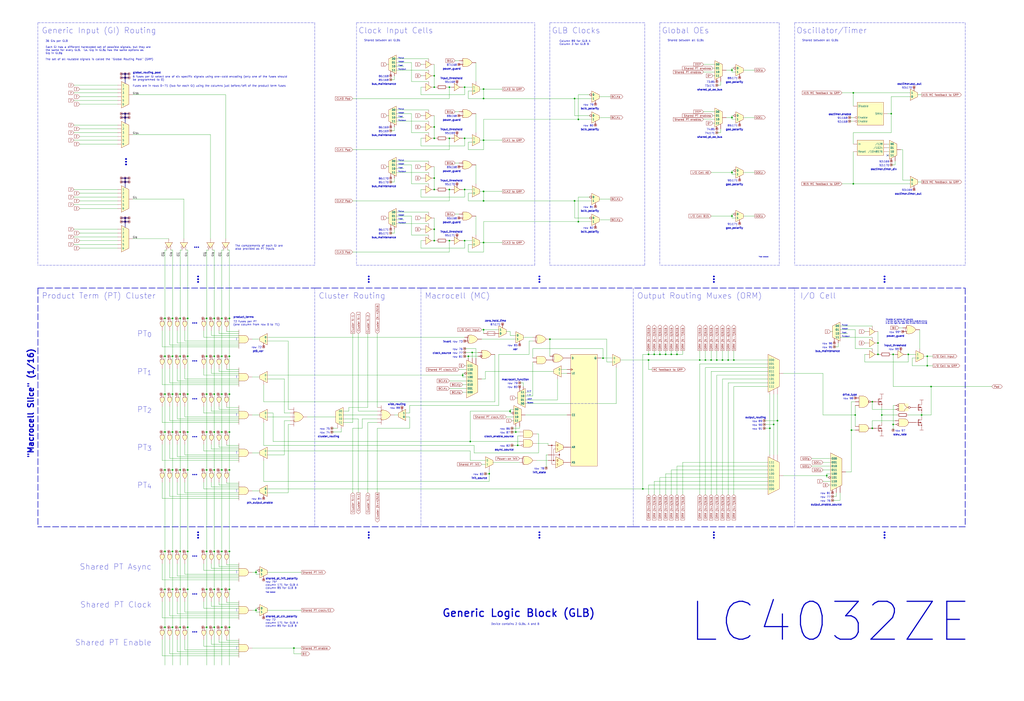
<source format=kicad_sch>
(kicad_sch (version 20211123) (generator eeschema)
  (paper "User" 685.8 469.9)
  (junction (at 480.06 241.3))
  (junction (at 125.73 369.57))
  (junction (at 434.34 237.49))
  (junction (at 314.96 295.91))
  (junction (at 83.82 119.38))
  (junction (at 487.68 241.3))
  (junction (at 153.67 264.16))
  (junction (at 290.83 161.29))
  (junction (at 138.43 394.97))
  (junction (at 83.82 52.07))
  (junction (at 323.85 93.98))
  (junction (at 153.67 314.96))
  (junction (at 138.43 369.57))
  (junction (at 110.49 289.56))
  (junction (at 300.99 127))
  (junction (at 143.51 369.57))
  (junction (at 623.57 259.08))
  (junction (at 438.15 237.49))
  (junction (at 110.49 394.97))
  (junction (at 115.57 420.37))
  (junction (at 153.67 369.57))
  (junction (at 621.03 238.76))
  (junction (at 430.53 327.66))
  (junction (at 143.51 213.36))
  (junction (at 120.65 289.56))
  (junction (at 311.15 127))
  (junction (at 148.59 394.97))
  (junction (at 83.82 146.05))
  (junction (at 83.82 78.74))
  (junction (at 453.39 237.49))
  (junction (at 138.43 420.37))
  (junction (at 115.57 213.36))
  (junction (at 290.83 127))
  (junction (at 323.85 59.69))
  (junction (at 125.73 289.56))
  (junction (at 290.83 58.42))
  (junction (at 110.49 264.16))
  (junction (at 110.49 420.37))
  (junction (at 617.22 278.13))
  (junction (at 120.65 369.57))
  (junction (at 138.43 213.36))
  (junction (at 148.59 264.16))
  (junction (at 196.85 434.34))
  (junction (at 518.16 284.48))
  (junction (at 290.83 119.38))
  (junction (at 148.59 238.76))
  (junction (at 596.9 76.2))
  (junction (at 148.59 420.37))
  (junction (at 290.83 92.71))
  (junction (at 588.01 229.87))
  (junction (at 110.49 213.36))
  (junction (at 311.15 161.29))
  (junction (at 125.73 420.37))
  (junction (at 125.73 394.97))
  (junction (at 490.22 115.57))
  (junction (at 143.51 238.76))
  (junction (at 449.58 237.49))
  (junction (at 120.65 264.16))
  (junction (at 323.85 128.27))
  (junction (at 83.82 121.92))
  (junction (at 290.83 85.09))
  (junction (at 572.77 278.13))
  (junction (at 120.65 394.97))
  (junction (at 125.73 238.76))
  (junction (at 300.99 92.71))
  (junction (at 445.77 237.49))
  (junction (at 115.57 369.57))
  (junction (at 120.65 213.36))
  (junction (at 434.34 241.3))
  (junction (at 110.49 238.76))
  (junction (at 403.86 240.03))
  (junction (at 153.67 213.36))
  (junction (at 490.22 46.99))
  (junction (at 598.17 237.49))
  (junction (at 83.82 148.59))
  (junction (at 621.03 245.11))
  (junction (at 584.2 269.24))
  (junction (at 115.57 238.76))
  (junction (at 313.69 238.76))
  (junction (at 115.57 289.56))
  (junction (at 171.45 383.54))
  (junction (at 138.43 314.96))
  (junction (at 368.3 227.33))
  (junction (at 125.73 314.96))
  (junction (at 143.51 394.97))
  (junction (at 110.49 314.96))
  (junction (at 441.96 237.49))
  (junction (at 143.51 264.16))
  (junction (at 148.59 213.36))
  (junction (at 83.82 76.2))
  (junction (at 490.22 78.74))
  (junction (at 608.33 237.49))
  (junction (at 148.59 289.56))
  (junction (at 323.85 66.04))
  (junction (at 120.65 238.76))
  (junction (at 309.88 251.46))
  (junction (at 323.85 162.56))
  (junction (at 346.71 298.45))
  (junction (at 148.59 369.57))
  (junction (at 115.57 394.97))
  (junction (at 300.99 161.29))
  (junction (at 143.51 289.56))
  (junction (at 120.65 420.37))
  (junction (at 588.01 237.49))
  (junction (at 476.25 241.3))
  (junction (at 138.43 238.76))
  (junction (at 83.82 49.53))
  (junction (at 125.73 213.36))
  (junction (at 323.85 134.62))
  (junction (at 143.51 314.96))
  (junction (at 483.87 241.3))
  (junction (at 125.73 264.16))
  (junction (at 590.55 278.13))
  (junction (at 311.15 58.42))
  (junction (at 311.15 92.71))
  (junction (at 384.81 66.04))
  (junction (at 387.35 80.01))
  (junction (at 143.51 420.37))
  (junction (at 384.81 134.62))
  (junction (at 341.63 275.59))
  (junction (at 153.67 420.37))
  (junction (at 468.63 241.3))
  (junction (at 571.5 62.23))
  (junction (at 171.45 408.94))
  (junction (at 290.83 153.67))
  (junction (at 598.17 284.48))
  (junction (at 115.57 264.16))
  (junction (at 153.67 289.56))
  (junction (at 490.22 144.78))
  (junction (at 491.49 241.3))
  (junction (at 148.59 314.96))
  (junction (at 584.2 287.02))
  (junction (at 316.23 236.22))
  (junction (at 153.67 238.76))
  (junction (at 472.44 241.3))
  (junction (at 110.49 369.57))
  (junction (at 138.43 289.56))
  (junction (at 153.67 394.97))
  (junction (at 323.85 220.98))
  (junction (at 120.65 314.96))
  (junction (at 570.23 288.29))
  (junction (at 300.99 58.42))
  (junction (at 138.43 264.16))
  (junction (at 387.35 148.59))
  (junction (at 327.66 317.5))
  (junction (at 290.83 50.8))
  (junction (at 520.7 281.94))
  (junction (at 345.44 289.56))
  (junction (at 115.57 314.96))
  (junction (at 553.72 318.77))
  (junction (at 515.62 287.02))
  (junction (at 571.5 123.19))
  (no_connect (at 594.36 104.14))
  (wire (pts (xy 118.745 377.825) (xy 118.745 386.08)))
  (wire (pts (xy 236.22 168.91) (xy 300.99 168.91)))
  (wire (pts (xy 281.94 58.42) (xy 281.94 63.5)))
  (wire (pts (xy 236.22 287.02) (xy 242.57 287.02)))
  (wire (pts (xy 88.9 90.17) (xy 140.97 90.17)))
  (wire (pts (xy 151.765 273.05) (xy 160.02 273.05)))
  (wire (pts (xy 477.52 77.47) (xy 478.79 77.47)))
  (wire (pts (xy 160.02 327.66) (xy 136.525 327.66)))
  (wire (pts (xy 445.77 234.95) (xy 445.77 237.49)))
  (wire (pts (xy 242.57 280.67) (xy 252.73 280.67)))
  (wire (pts (xy 146.685 379.73) (xy 146.685 377.825)))
  (wire (pts (xy 160.02 281.94) (xy 113.665 281.94)))
  (wire (pts (xy 108.585 403.225) (xy 108.585 414.02)))
  (wire (pts (xy 123.825 410.21) (xy 123.825 403.225)))
  (wire (pts (xy 265.43 110.49) (xy 275.59 110.49)))
  (wire (pts (xy 375.92 247.65) (xy 379.73 247.65)))
  (wire (pts (xy 345.44 285.75) (xy 345.44 289.56)))
  (wire (pts (xy 579.12 229.87) (xy 580.39 229.87)))
  (wire (pts (xy 323.85 148.59) (xy 387.35 148.59)))
  (wire (pts (xy 136.525 382.27) (xy 136.525 377.825)))
  (wire (pts (xy 49.53 158.75) (xy 78.74 158.75)))
  (wire (pts (xy 323.85 93.98) (xy 321.31 93.98)))
  (wire (pts (xy 160.02 430.53) (xy 146.685 430.53)))
  (wire (pts (xy 476.25 115.57) (xy 490.22 115.57)))
  (wire (pts (xy 222.25 289.56) (xy 228.6 289.56)))
  (wire (pts (xy 141.605 406.4) (xy 141.605 403.225)))
  (wire (pts (xy 518.16 284.48) (xy 518.16 304.8)))
  (wire (pts (xy 457.2 331.47) (xy 457.2 309.88)))
  (wire (pts (xy 152.4 420.37) (xy 153.67 420.37)))
  (wire (pts (xy 490.22 80.01) (xy 492.76 80.01)))
  (wire (pts (xy 373.38 267.97) (xy 373.38 254)))
  (wire (pts (xy 160.02 330.2) (xy 123.825 330.2)))
  (wire (pts (xy 311.15 166.37) (xy 281.94 166.37)))
  (wire (pts (xy 109.22 289.56) (xy 110.49 289.56)))
  (wire (pts (xy 311.15 127) (xy 316.23 127)))
  (wire (pts (xy 309.88 252.73) (xy 309.88 251.46)))
  (wire (pts (xy 551.18 309.88) (xy 556.26 309.88)))
  (wire (pts (xy 179.07 254) (xy 190.5 254)))
  (wire (pts (xy 120.65 289.56) (xy 120.65 314.96)))
  (wire (pts (xy 331.47 237.49) (xy 331.47 269.24)))
  (polyline (pts (xy 210.82 193.04) (xy 281.94 193.04)) (stroke (width 0.381)))
  (polyline (pts (xy 530.86 193.04) (xy 646.43 193.04)) (stroke (width 0.381)))
  (wire (pts (xy 108.585 377.825) (xy 108.585 388.62)))
  (wire (pts (xy 334.01 271.78) (xy 274.32 271.78)))
  (wire (pts (xy 572.77 278.13) (xy 551.18 278.13)))
  (wire (pts (xy 160.02 226.06) (xy 136.525 226.06)))
  (wire (pts (xy 596.9 237.49) (xy 598.17 237.49)))
  (polyline (pts (xy 441.96 15.24) (xy 441.96 177.8)))
  (wire (pts (xy 551.18 278.13) (xy 551.18 250.19)))
  (wire (pts (xy 275.59 54.61) (xy 287.02 54.61)))
  (wire (pts (xy 621.03 245.11) (xy 624.84 245.11)))
  (wire (pts (xy 598.17 271.78) (xy 598.17 284.48)))
  (wire (pts (xy 300.99 58.42) (xy 302.26 58.42)))
  (wire (pts (xy 511.81 287.02) (xy 515.62 287.02)))
  (wire (pts (xy 449.58 331.47) (xy 449.58 314.96)))
  (wire (pts (xy 430.53 237.49) (xy 434.34 237.49)))
  (wire (pts (xy 487.68 234.95) (xy 487.68 241.3)))
  (wire (pts (xy 595.63 96.52) (xy 594.36 96.52)))
  (wire (pts (xy 265.43 144.78) (xy 275.59 144.78)))
  (wire (pts (xy 120.65 213.36) (xy 120.65 238.76)))
  (wire (pts (xy 160.02 379.73) (xy 146.685 379.73)))
  (wire (pts (xy 146.685 248.92) (xy 146.685 247.015)))
  (wire (pts (xy 316.23 236.22) (xy 316.23 240.03)))
  (wire (pts (xy 275.59 123.19) (xy 287.02 123.19)))
  (wire (pts (xy 138.43 394.97) (xy 138.43 420.37)))
  (wire (pts (xy 438.15 331.47) (xy 438.15 322.58)))
  (wire (pts (xy 351.79 278.13) (xy 379.73 278.13)))
  (wire (pts (xy 572.77 271.78) (xy 572.77 278.13)))
  (wire (pts (xy 571.5 88.9) (xy 571.5 96.52)))
  (wire (pts (xy 171.45 384.81) (xy 171.45 383.54)))
  (wire (pts (xy 367.03 308.61) (xy 359.41 308.61)))
  (polyline (pts (xy 424.18 193.04) (xy 424.18 353.06)))
  (wire (pts (xy 553.72 318.77) (xy 553.72 317.5)))
  (wire (pts (xy 108.585 221.615) (xy 108.585 232.41)))
  (wire (pts (xy 53.34 134.62) (xy 78.74 134.62)))
  (wire (pts (xy 401.32 147.32) (xy 408.94 147.32)))
  (wire (pts (xy 141.605 250.19) (xy 141.605 247.015)))
  (wire (pts (xy 318.77 233.68) (xy 311.15 233.68)))
  (wire (pts (xy 136.525 302.26) (xy 136.525 297.815)))
  (wire (pts (xy 275.59 157.48) (xy 287.02 157.48)))
  (wire (pts (xy 313.69 163.83) (xy 313.69 168.91)))
  (wire (pts (xy 152.4 289.56) (xy 153.67 289.56)))
  (wire (pts (xy 153.67 264.16) (xy 153.67 289.56)))
  (wire (pts (xy 342.9 298.45) (xy 346.71 298.45)))
  (wire (pts (xy 179.07 279.4) (xy 194.31 279.4)))
  (polyline (pts (xy 210.82 177.8) (xy 25.4 177.8)))
  (wire (pts (xy 617.22 278.13) (xy 617.22 279.4)))
  (wire (pts (xy 554.99 325.12) (xy 556.26 325.12)))
  (wire (pts (xy 160.02 251.46) (xy 136.525 251.46)))
  (wire (pts (xy 142.24 289.56) (xy 143.51 289.56)))
  (wire (pts (xy 264.16 278.13) (xy 266.7 278.13)))
  (wire (pts (xy 300.99 92.71) (xy 302.26 92.71)))
  (wire (pts (xy 599.44 274.32) (xy 584.2 274.32)))
  (wire (pts (xy 151.765 222.25) (xy 160.02 222.25)))
  (wire (pts (xy 487.68 256.54) (xy 487.68 331.47)))
  (wire (pts (xy 115.57 394.97) (xy 115.57 420.37)))
  (wire (pts (xy 490.22 144.78) (xy 490.22 146.05)))
  (wire (pts (xy 430.53 237.49) (xy 430.53 327.66)))
  (wire (pts (xy 480.06 88.9) (xy 482.6 88.9)))
  (wire (pts (xy 193.04 330.2) (xy 193.04 284.48)))
  (wire (pts (xy 434.34 325.12) (xy 514.35 325.12)))
  (bus (pts (xy 81.28 76.2) (xy 83.82 76.2)))
  (wire (pts (xy 246.38 223.52) (xy 246.38 273.05)))
  (wire (pts (xy 108.585 272.415) (xy 108.585 283.21)))
  (wire (pts (xy 457.2 309.88) (xy 514.35 309.88)))
  (wire (pts (xy 375.92 250.19) (xy 379.73 250.19)))
  (wire (pts (xy 143.51 289.56) (xy 143.51 314.96)))
  (wire (pts (xy 313.69 238.76) (xy 320.04 238.76)))
  (wire (pts (xy 118.745 436.88) (xy 160.02 436.88)))
  (wire (pts (xy 143.51 420.37) (xy 143.51 445.77)))
  (wire (pts (xy 299.72 92.71) (xy 300.99 92.71)))
  (wire (pts (xy 571.5 123.19) (xy 563.88 123.19)))
  (wire (pts (xy 193.04 228.6) (xy 193.04 274.32)))
  (wire (pts (xy 125.73 213.36) (xy 125.73 238.76)))
  (wire (pts (xy 480.06 241.3) (xy 483.87 241.3)))
  (wire (pts (xy 160.02 275.59) (xy 141.605 275.59)))
  (wire (pts (xy 367.03 297.18) (xy 359.41 297.18)))
  (wire (pts (xy 360.68 290.83) (xy 360.68 303.53)))
  (wire (pts (xy 115.57 238.76) (xy 115.57 264.16)))
  (wire (pts (xy 608.33 242.57) (xy 579.12 242.57)))
  (wire (pts (xy 412.75 270.51) (xy 412.75 246.38)))
  (wire (pts (xy 125.73 264.16) (xy 125.73 289.56)))
  (wire (pts (xy 49.53 137.16) (xy 78.74 137.16)))
  (wire (pts (xy 283.21 92.71) (xy 281.94 92.71)))
  (wire (pts (xy 137.16 289.56) (xy 138.43 289.56)))
  (wire (pts (xy 596.9 76.2) (xy 596.9 64.77)))
  (wire (pts (xy 176.53 283.21) (xy 176.53 298.45)))
  (wire (pts (xy 118.745 386.08) (xy 160.02 386.08)))
  (polyline (pts (xy 532.13 15.24) (xy 532.13 177.8)))
  (wire (pts (xy 53.34 91.44) (xy 78.74 91.44)))
  (wire (pts (xy 497.84 78.74) (xy 505.46 78.74)))
  (wire (pts (xy 125.73 369.57) (xy 125.73 394.97)))
  (wire (pts (xy 160.02 381) (xy 141.605 381)))
  (wire (pts (xy 468.63 241.3) (xy 472.44 241.3)))
  (wire (pts (xy 483.87 234.95) (xy 483.87 241.3)))
  (wire (pts (xy 341.63 275.59) (xy 341.63 274.32)))
  (wire (pts (xy 311.15 245.11) (xy 312.42 245.11)))
  (wire (pts (xy 572.77 220.98) (xy 572.77 233.68)))
  (wire (pts (xy 490.22 78.74) (xy 490.22 80.01)))
  (wire (pts (xy 553.72 318.77) (xy 553.72 320.04)))
  (wire (pts (xy 246.38 283.21) (xy 246.38 330.2)))
  (wire (pts (xy 490.22 143.51) (xy 491.49 143.51)))
  (wire (pts (xy 148.59 369.57) (xy 148.59 394.97)))
  (wire (pts (xy 146.685 430.53) (xy 146.685 428.625)))
  (bus (pts (xy 83.82 78.74) (xy 83.82 82.55)))
  (wire (pts (xy 281.94 119.38) (xy 283.21 119.38)))
  (wire (pts (xy 111.76 167.64) (xy 110.49 167.64)))
  (wire (pts (xy 604.52 120.65) (xy 609.6 120.65)))
  (wire (pts (xy 136.525 276.86) (xy 136.525 272.415)))
  (wire (pts (xy 88.9 160.02) (xy 113.03 160.02)))
  (wire (pts (xy 151.765 297.815) (xy 151.765 298.45)))
  (wire (pts (xy 318.77 110.49) (xy 318.77 123.19)))
  (wire (pts (xy 520.7 264.16) (xy 520.7 281.94)))
  (wire (pts (xy 179.07 408.94) (xy 201.93 408.94)))
  (wire (pts (xy 322.58 227.33) (xy 345.44 227.33)))
  (wire (pts (xy 152.4 238.76) (xy 153.67 238.76)))
  (wire (pts (xy 281.94 127) (xy 281.94 132.08)))
  (wire (pts (xy 193.04 274.32) (xy 194.31 274.32)))
  (wire (pts (xy 108.585 257.81) (xy 160.02 257.81)))
  (wire (pts (xy 290.83 43.18) (xy 290.83 50.8)))
  (wire (pts (xy 595.63 101.6) (xy 594.36 101.6)))
  (wire (pts (xy 142.24 314.96) (xy 143.51 314.96)))
  (wire (pts (xy 49.53 83.82) (xy 78.74 83.82)))
  (wire (pts (xy 599.44 110.49) (xy 599.44 107.95)))
  (wire (pts (xy 511.81 281.94) (xy 520.7 281.94)))
  (wire (pts (xy 160.02 384.81) (xy 123.825 384.81)))
  (wire (pts (xy 334.01 220.98) (xy 323.85 220.98)))
  (wire (pts (xy 299.72 161.29) (xy 300.99 161.29)))
  (wire (pts (xy 151.765 247.015) (xy 151.765 247.65)))
  (wire (pts (xy 142.24 369.57) (xy 143.51 369.57)))
  (wire (pts (xy 394.97 146.05) (xy 384.81 146.05)))
  (wire (pts (xy 123.825 228.6) (xy 123.825 221.615)))
  (bus (pts (xy 81.28 121.92) (xy 83.82 121.92)))
  (wire (pts (xy 182.88 276.86) (xy 182.88 295.91)))
  (wire (pts (xy 160.02 223.52) (xy 146.685 223.52)))
  (wire (pts (xy 323.85 59.69) (xy 336.55 59.69)))
  (wire (pts (xy 53.34 96.52) (xy 78.74 96.52)))
  (wire (pts (xy 570.23 288.29) (xy 570.23 316.23)))
  (wire (pts (xy 476.25 234.95) (xy 476.25 241.3)))
  (wire (pts (xy 136.525 407.67) (xy 136.525 403.225)))
  (bus (pts (xy 83.82 146.05) (xy 86.36 146.05)))
  (wire (pts (xy 110.49 420.37) (xy 110.49 445.77)))
  (wire (pts (xy 457.2 234.95) (xy 457.2 237.49)))
  (wire (pts (xy 120.65 264.16) (xy 120.65 289.56)))
  (wire (pts (xy 609.6 123.19) (xy 571.5 123.19)))
  (wire (pts (xy 596.9 76.2) (xy 596.9 88.9)))
  (wire (pts (xy 265.43 113.03) (xy 270.51 113.03)))
  (wire (pts (xy 311.15 92.71) (xy 311.15 97.79)))
  (wire (pts (xy 118.745 280.67) (xy 160.02 280.67)))
  (wire (pts (xy 387.35 63.5) (xy 394.97 63.5)))
  (wire (pts (xy 142.24 264.16) (xy 143.51 264.16)))
  (wire (pts (xy 345.44 289.56) (xy 347.98 289.56)))
  (wire (pts (xy 281.94 50.8) (xy 283.21 50.8)))
  (wire (pts (xy 313.69 238.76) (xy 313.69 240.03)))
  (wire (pts (xy 265.43 73.66) (xy 287.02 73.66)))
  (wire (pts (xy 579.12 222.25) (xy 580.39 222.25)))
  (wire (pts (xy 109.22 213.36) (xy 110.49 213.36)))
  (wire (pts (xy 309.88 262.89) (xy 312.42 262.89)))
  (wire (pts (xy 598.17 259.08) (xy 623.57 259.08)))
  (wire (pts (xy 304.8 109.22) (xy 307.34 109.22)))
  (wire (pts (xy 304.8 143.51) (xy 307.34 143.51)))
  (wire (pts (xy 299.72 58.42) (xy 300.99 58.42)))
  (wire (pts (xy 610.87 245.11) (xy 621.03 245.11)))
  (wire (pts (xy 274.32 287.02) (xy 252.73 287.02)))
  (wire (pts (xy 118.745 323.215) (xy 118.745 331.47)))
  (wire (pts (xy 497.84 46.99) (xy 505.46 46.99)))
  (wire (pts (xy 205.74 279.4) (xy 224.79 279.4)))
  (wire (pts (xy 124.46 420.37) (xy 125.73 420.37)))
  (wire (pts (xy 49.53 67.31) (xy 78.74 67.31)))
  (wire (pts (xy 265.43 142.24) (xy 287.02 142.24)))
  (wire (pts (xy 265.43 147.32) (xy 270.51 147.32)))
  (wire (pts (xy 49.53 163.83) (xy 78.74 163.83)))
  (wire (pts (xy 49.53 62.23) (xy 78.74 62.23)))
  (wire (pts (xy 53.34 86.36) (xy 78.74 86.36)))
  (wire (pts (xy 580.39 237.49) (xy 579.12 237.49)))
  (wire (pts (xy 316.23 236.22) (xy 320.04 236.22)))
  (wire (pts (xy 445.77 317.5) (xy 514.35 317.5)))
  (wire (pts (xy 88.9 133.35) (xy 123.19 133.35)))
  (wire (pts (xy 233.68 275.59) (xy 229.87 275.59)))
  (wire (pts (xy 477.52 45.72) (xy 478.79 45.72)))
  (wire (pts (xy 125.73 238.76) (xy 125.73 264.16)))
  (wire (pts (xy 614.68 121.92) (xy 617.22 121.92)))
  (wire (pts (xy 115.57 369.57) (xy 115.57 394.97)))
  (wire (pts (xy 139.7 167.64) (xy 138.43 167.64)))
  (wire (pts (xy 246.38 283.21) (xy 252.73 283.21)))
  (wire (pts (xy 147.32 314.96) (xy 148.59 314.96)))
  (wire (pts (xy 571.5 62.23) (xy 609.6 62.23)))
  (wire (pts (xy 518.16 264.16) (xy 518.16 284.48)))
  (wire (pts (xy 327.66 314.96) (xy 327.66 317.5)))
  (wire (pts (xy 49.53 93.98) (xy 78.74 93.98)))
  (wire (pts (xy 118.745 221.615) (xy 118.745 229.87)))
  (wire (pts (xy 490.22 143.51) (xy 490.22 144.78)))
  (wire (pts (xy 252.73 223.52) (xy 252.73 273.05)))
  (wire (pts (xy 323.85 66.04) (xy 384.81 66.04)))
  (wire (pts (xy 196.85 438.15) (xy 196.85 434.34)))
  (wire (pts (xy 265.43 81.28) (xy 287.02 81.28)))
  (wire (pts (xy 598.17 237.49) (xy 599.44 237.49)))
  (wire (pts (xy 147.32 213.36) (xy 148.59 213.36)))
  (wire (pts (xy 108.585 297.815) (xy 108.585 308.61)))
  (wire (pts (xy 520.7 281.94) (xy 520.7 304.8)))
  (wire (pts (xy 148.59 420.37) (xy 148.59 445.77)))
  (wire (pts (xy 480.06 251.46) (xy 480.06 331.47)))
  (wire (pts (xy 471.17 80.01) (xy 478.79 80.01)))
  (wire (pts (xy 160.02 405.13) (xy 146.685 405.13)))
  (wire (pts (xy 49.53 132.08) (xy 78.74 132.08)))
  (wire (pts (xy 322.58 311.15) (xy 325.12 311.15)))
  (wire (pts (xy 309.88 250.19) (xy 311.15 250.19)))
  (wire (pts (xy 318.77 240.03) (xy 318.77 233.68)))
  (wire (pts (xy 311.15 63.5) (xy 281.94 63.5)))
  (wire (pts (xy 153.67 420.37) (xy 153.67 445.77)))
  (wire (pts (xy 120.65 167.64) (xy 120.65 213.36)))
  (wire (pts (xy 608.33 278.13) (xy 617.22 278.13)))
  (wire (pts (xy 304.8 74.93) (xy 307.34 74.93)))
  (wire (pts (xy 109.22 238.76) (xy 110.49 238.76)))
  (wire (pts (xy 342.9 287.02) (xy 347.98 287.02)))
  (wire (pts (xy 571.5 62.23) (xy 571.5 71.12)))
  (wire (pts (xy 49.53 57.15) (xy 78.74 57.15)))
  (wire (pts (xy 168.91 383.54) (xy 171.45 383.54)))
  (wire (pts (xy 281.94 146.05) (xy 283.21 146.05)))
  (wire (pts (xy 160.02 256.54) (xy 113.665 256.54)))
  (wire (pts (xy 339.09 222.25) (xy 341.63 222.25)))
  (wire (pts (xy 323.85 220.98) (xy 323.85 223.52)))
  (wire (pts (xy 402.59 240.03) (xy 403.86 240.03)))
  (wire (pts (xy 290.83 85.09) (xy 290.83 92.71)))
  (polyline (pts (xy 646.43 15.24) (xy 646.43 177.8)))
  (wire (pts (xy 264.16 53.34) (xy 264.16 50.8)))
  (wire (pts (xy 290.83 92.71) (xy 292.1 92.71)))
  (wire (pts (xy 113.665 412.75) (xy 113.665 403.225)))
  (wire (pts (xy 281.94 153.67) (xy 283.21 153.67)))
  (wire (pts (xy 584.2 269.24) (xy 584.2 274.32)))
  (wire (pts (xy 524.51 250.19) (xy 551.18 250.19)))
  (wire (pts (xy 109.22 314.96) (xy 110.49 314.96)))
  (wire (pts (xy 179.07 327.66) (xy 430.53 327.66)))
  (wire (pts (xy 434.34 241.3) (xy 468.63 241.3)))
  (wire (pts (xy 300.99 127) (xy 300.99 134.62)))
  (wire (pts (xy 351.79 262.89) (xy 355.6 262.89)))
  (wire (pts (xy 275.59 144.78) (xy 275.59 157.48)))
  (wire (pts (xy 113.665 387.35) (xy 113.665 377.825)))
  (wire (pts (xy 160.02 431.8) (xy 141.605 431.8)))
  (wire (pts (xy 119.38 314.96) (xy 120.65 314.96)))
  (wire (pts (xy 318.77 144.78) (xy 318.77 157.48)))
  (wire (pts (xy 599.44 271.78) (xy 598.17 271.78)))
  (wire (pts (xy 312.42 252.73) (xy 309.88 252.73)))
  (wire (pts (xy 350.52 256.54) (xy 350.52 259.08)))
  (wire (pts (xy 441.96 320.04) (xy 514.35 320.04)))
  (wire (pts (xy 347.98 285.75) (xy 347.98 287.02)))
  (wire (pts (xy 346.71 292.1) (xy 346.71 298.45)))
  (wire (pts (xy 596.9 64.77) (xy 609.6 64.77)))
  (wire (pts (xy 136.525 226.06) (xy 136.525 221.615)))
  (wire (pts (xy 138.43 213.36) (xy 138.43 238.76)))
  (polyline (pts (xy 368.3 15.24) (xy 431.8 15.24)))
  (wire (pts (xy 173.99 328.93) (xy 168.91 328.93)))
  (wire (pts (xy 551.18 322.58) (xy 556.26 322.58)))
  (wire (pts (xy 608.33 237.49) (xy 613.41 237.49)))
  (wire (pts (xy 572.77 269.24) (xy 570.23 269.24)))
  (wire (pts (xy 313.69 66.04) (xy 323.85 66.04)))
  (polyline (pts (xy 646.43 353.06) (xy 532.13 353.06)) (stroke (width 0.381)))
  (wire (pts (xy 151.765 323.85) (xy 160.02 323.85)))
  (wire (pts (xy 179.07 276.86) (xy 182.88 276.86)))
  (wire (pts (xy 137.16 394.97) (xy 138.43 394.97)))
  (wire (pts (xy 621.03 238.76) (xy 624.84 238.76)))
  (wire (pts (xy 123.19 133.35) (xy 123.19 160.02)))
  (wire (pts (xy 365.76 313.69) (xy 365.76 304.8)))
  (wire (pts (xy 125.73 420.37) (xy 125.73 445.77)))
  (wire (pts (xy 143.51 314.96) (xy 143.51 369.57)))
  (wire (pts (xy 281.94 77.47) (xy 283.21 77.47)))
  (wire (pts (xy 147.32 264.16) (xy 148.59 264.16)))
  (wire (pts (xy 472.44 234.95) (xy 472.44 241.3)))
  (wire (pts (xy 152.4 167.64) (xy 153.67 167.64)))
  (wire (pts (xy 137.16 264.16) (xy 138.43 264.16)))
  (wire (pts (xy 240.03 275.59) (xy 252.73 275.59)))
  (wire (pts (xy 323.85 128.27) (xy 321.31 128.27)))
  (wire (pts (xy 515.62 264.16) (xy 515.62 287.02)))
  (wire (pts (xy 121.92 167.64) (xy 120.65 167.64)))
  (wire (pts (xy 110.49 213.36) (xy 110.49 238.76)))
  (wire (pts (xy 179.07 226.06) (xy 311.15 226.06)))
  (wire (pts (xy 108.585 334.01) (xy 160.02 334.01)))
  (wire (pts (xy 222.25 287.02) (xy 226.06 287.02)))
  (wire (pts (xy 246.38 273.05) (xy 233.68 273.05)))
  (wire (pts (xy 153.67 314.96) (xy 153.67 369.57)))
  (wire (pts (xy 341.63 222.25) (xy 341.63 224.79)))
  (wire (pts (xy 114.3 394.97) (xy 115.57 394.97)))
  (polyline (pts (xy 25.4 193.04) (xy 210.82 193.04)) (stroke (width 0.381)))
  (wire (pts (xy 345.44 266.7) (xy 346.71 266.7)))
  (wire (pts (xy 136.525 251.46) (xy 136.525 247.015)))
  (wire (pts (xy 113.665 281.94) (xy 113.665 272.415)))
  (wire (pts (xy 434.34 241.3) (xy 434.34 247.65)))
  (wire (pts (xy 453.39 312.42) (xy 514.35 312.42)))
  (wire (pts (xy 562.61 218.44) (xy 584.2 218.44)))
  (wire (pts (xy 601.98 219.71) (xy 604.52 219.71)))
  (wire (pts (xy 311.15 127) (xy 309.88 127)))
  (wire (pts (xy 143.51 394.97) (xy 143.51 420.37)))
  (wire (pts (xy 453.39 237.49) (xy 457.2 237.49)))
  (wire (pts (xy 179.07 383.54) (xy 201.93 383.54)))
  (wire (pts (xy 313.69 129.54) (xy 313.69 134.62)))
  (wire (pts (xy 322.58 220.98) (xy 323.85 220.98)))
  (polyline (pts (xy 424.18 353.06) (xy 532.13 353.06)) (stroke (width 0.381)))
  (wire (pts (xy 110.49 289.56) (xy 110.49 314.96)))
  (polyline (pts (xy 238.76 15.24) (xy 358.14 15.24)))
  (wire (pts (xy 151.765 428.625) (xy 151.765 429.26)))
  (wire (pts (xy 259.08 111.76) (xy 260.35 111.76)))
  (wire (pts (xy 160.02 304.8) (xy 123.825 304.8)))
  (wire (pts (xy 229.87 280.67) (xy 240.03 280.67)))
  (wire (pts (xy 141.605 431.8) (xy 141.605 428.625)))
  (wire (pts (xy 400.05 270.51) (xy 412.75 270.51)))
  (wire (pts (xy 119.38 420.37) (xy 120.65 420.37)))
  (wire (pts (xy 323.85 66.04) (xy 323.85 59.69)))
  (wire (pts (xy 483.87 254) (xy 483.87 331.47)))
  (wire (pts (xy 168.91 408.94) (xy 171.45 408.94)))
  (wire (pts (xy 441.96 237.49) (xy 445.77 237.49)))
  (wire (pts (xy 194.31 276.86) (xy 190.5 276.86)))
  (wire (pts (xy 314.96 302.26) (xy 314.96 308.61)))
  (wire (pts (xy 119.38 289.56) (xy 120.65 289.56)))
  (wire (pts (xy 449.58 234.95) (xy 449.58 237.49)))
  (wire (pts (xy 171.45 383.54) (xy 171.45 382.27)))
  (wire (pts (xy 265.43 41.91) (xy 275.59 41.91)))
  (wire (pts (xy 346.71 298.45) (xy 347.98 298.45)))
  (wire (pts (xy 313.69 134.62) (xy 323.85 134.62)))
  (wire (pts (xy 160.02 276.86) (xy 136.525 276.86)))
  (wire (pts (xy 490.22 48.26) (xy 492.76 48.26)))
  (wire (pts (xy 311.15 236.22) (xy 316.23 236.22)))
  (wire (pts (xy 617.22 276.86) (xy 617.22 278.13)))
  (wire (pts (xy 123.825 279.4) (xy 123.825 272.415)))
  (bus (pts (xy 81.28 78.74) (xy 83.82 78.74)))
  (wire (pts (xy 604.52 100.33) (xy 604.52 120.65)))
  (wire (pts (xy 557.53 332.74) (xy 560.07 332.74)))
  (wire (pts (xy 160.02 407.67) (xy 136.525 407.67)))
  (wire (pts (xy 491.49 234.95) (xy 491.49 241.3)))
  (wire (pts (xy 588.01 237.49) (xy 589.28 237.49)))
  (wire (pts (xy 265.43 115.57) (xy 287.02 115.57)))
  (wire (pts (xy 118.745 411.48) (xy 160.02 411.48)))
  (wire (pts (xy 265.43 44.45) (xy 270.51 44.45)))
  (polyline (pts (xy 281.94 193.04) (xy 424.18 193.04)) (stroke (width 0.381)))
  (wire (pts (xy 264.16 87.63) (xy 264.16 85.09)))
  (wire (pts (xy 179.07 330.2) (xy 193.04 330.2)))
  (wire (pts (xy 114.3 238.76) (xy 115.57 238.76)))
  (wire (pts (xy 176.53 298.45) (xy 317.5 298.45)))
  (wire (pts (xy 490.22 46.99) (xy 490.22 48.26)))
  (wire (pts (xy 281.94 161.29) (xy 281.94 166.37)))
  (wire (pts (xy 394.97 77.47) (xy 384.81 77.47)))
  (wire (pts (xy 313.69 168.91) (xy 323.85 168.91)))
  (bus (pts (xy 83.82 146.05) (xy 83.82 148.59)))
  (wire (pts (xy 141.605 326.39) (xy 141.605 323.215)))
  (polyline (pts (xy 431.8 177.8) (xy 431.8 15.24)))
  (wire (pts (xy 323.85 59.69) (xy 321.31 59.69)))
  (wire (pts (xy 173.99 384.81) (xy 171.45 384.81)))
  (wire (pts (xy 368.3 227.33) (xy 368.3 238.76)))
  (wire (pts (xy 171.45 408.94) (xy 171.45 407.67)))
  (wire (pts (xy 325.12 248.92) (xy 325.12 254)))
  (wire (pts (xy 110.49 264.16) (xy 110.49 289.56)))
  (wire (pts (xy 323.85 134.62) (xy 384.81 134.62)))
  (wire (pts (xy 137.16 369.57) (xy 138.43 369.57)))
  (wire (pts (xy 151.765 221.615) (xy 151.765 222.25)))
  (wire (pts (xy 152.4 314.96) (xy 153.67 314.96)))
  (wire (pts (xy 136.525 327.66) (xy 136.525 323.215)))
  (wire (pts (xy 119.38 264.16) (xy 120.65 264.16)))
  (wire (pts (xy 438.15 322.58) (xy 514.35 322.58)))
  (wire (pts (xy 271.78 279.4) (xy 274.32 279.4)))
  (wire (pts (xy 341.63 275.59) (xy 314.96 275.59)))
  (wire (pts (xy 384.81 134.62) (xy 396.24 134.62)))
  (wire (pts (xy 323.85 134.62) (xy 323.85 128.27)))
  (wire (pts (xy 553.72 317.5) (xy 556.26 317.5)))
  (wire (pts (xy 316.23 60.96) (xy 313.69 60.96)))
  (wire (pts (xy 551.18 314.96) (xy 556.26 314.96)))
  (wire (pts (xy 137.16 314.96) (xy 138.43 314.96)))
  (wire (pts (xy 476.25 248.92) (xy 514.35 248.92)))
  (wire (pts (xy 491.49 259.08) (xy 514.35 259.08)))
  (wire (pts (xy 290.83 77.47) (xy 290.83 85.09)))
  (polyline (pts (xy 532.13 353.06) (xy 532.13 193.04)))
  (wire (pts (xy 118.745 403.225) (xy 118.745 411.48)))
  (wire (pts (xy 471.17 43.18) (xy 478.79 43.18)))
  (wire (pts (xy 160.02 433.07) (xy 136.525 433.07)))
  (polyline (pts (xy 25.4 15.24) (xy 25.4 177.8)))
  (bus (pts (xy 83.82 121.92) (xy 83.82 125.73)))
  (wire (pts (xy 471.17 48.26) (xy 478.79 48.26)))
  (bus (pts (xy 83.82 52.07) (xy 86.36 52.07)))
  (wire (pts (xy 160.02 410.21) (xy 123.825 410.21)))
  (wire (pts (xy 307.34 247.65) (xy 312.42 247.65)))
  (wire (pts (xy 110.49 238.76) (xy 110.49 264.16)))
  (wire (pts (xy 160.02 382.27) (xy 136.525 382.27)))
  (wire (pts (xy 387.35 132.08) (xy 394.97 132.08)))
  (wire (pts (xy 114.3 264.16) (xy 115.57 264.16)))
  (polyline (pts (xy 358.14 177.8) (xy 358.14 15.24)))
  (wire (pts (xy 476.25 241.3) (xy 480.06 241.3)))
  (wire (pts (xy 115.57 420.37) (xy 115.57 445.77)))
  (wire (pts (xy 153.67 167.64) (xy 153.67 213.36)))
  (wire (pts (xy 151.765 429.26) (xy 160.02 429.26)))
  (wire (pts (xy 259.08 146.05) (xy 260.35 146.05)))
  (wire (pts (xy 173.99 303.53) (xy 168.91 303.53)))
  (wire (pts (xy 596.9 88.9) (xy 571.5 88.9)))
  (wire (pts (xy 53.34 69.85) (xy 78.74 69.85)))
  (wire (pts (xy 318.77 41.91) (xy 318.77 54.61)))
  (bus (pts (xy 81.28 49.53) (xy 83.82 49.53)))
  (wire (pts (xy 476.25 144.78) (xy 490.22 144.78)))
  (polyline (pts (xy 368.3 15.24) (xy 368.3 177.8)))
  (wire (pts (xy 283.21 58.42) (xy 281.94 58.42)))
  (wire (pts (xy 113.665 307.34) (xy 113.665 297.815)))
  (wire (pts (xy 114.3 314.96) (xy 115.57 314.96)))
  (wire (pts (xy 137.16 213.36) (xy 138.43 213.36)))
  (wire (pts (xy 259.08 43.18) (xy 260.35 43.18)))
  (wire (pts (xy 118.745 331.47) (xy 160.02 331.47)))
  (wire (pts (xy 556.26 222.25) (xy 557.53 222.25)))
  (wire (pts (xy 300.99 92.71) (xy 300.99 100.33)))
  (wire (pts (xy 118.745 229.87) (xy 160.02 229.87)))
  (wire (pts (xy 311.15 161.29) (xy 309.88 161.29)))
  (wire (pts (xy 323.85 148.59) (xy 323.85 162.56)))
  (wire (pts (xy 621.03 238.76) (xy 618.49 238.76)))
  (wire (pts (xy 149.86 167.64) (xy 148.59 167.64)))
  (wire (pts (xy 152.4 213.36) (xy 153.67 213.36)))
  (wire (pts (xy 387.35 80.01) (xy 387.35 63.5)))
  (wire (pts (xy 123.825 304.8) (xy 123.825 297.815)))
  (polyline (pts (xy 238.76 177.8) (xy 358.14 177.8)))
  (wire (pts (xy 125.73 167.64) (xy 125.73 213.36)))
  (wire (pts (xy 560.07 332.74) (xy 560.07 330.2)))
  (wire (pts (xy 290.83 119.38) (xy 290.83 127)))
  (wire (pts (xy 160.02 307.34) (xy 113.665 307.34)))
  (wire (pts (xy 141.605 300.99) (xy 141.605 297.815)))
  (wire (pts (xy 53.34 139.7) (xy 78.74 139.7)))
  (wire (pts (xy 472.44 241.3) (xy 476.25 241.3)))
  (wire (pts (xy 108.585 323.215) (xy 108.585 334.01)))
  (wire (pts (xy 114.3 369.57) (xy 115.57 369.57)))
  (wire (pts (xy 281.94 43.18) (xy 283.21 43.18)))
  (polyline (pts (xy 210.82 193.04) (xy 210.82 353.06)))
  (wire (pts (xy 124.46 213.36) (xy 125.73 213.36)))
  (wire (pts (xy 261.62 121.92) (xy 264.16 121.92)))
  (wire (pts (xy 588.01 229.87) (xy 588.01 237.49)))
  (wire (pts (xy 123.825 254) (xy 123.825 247.015)))
  (wire (pts (xy 275.59 88.9) (xy 287.02 88.9)))
  (wire (pts (xy 115.57 167.64) (xy 115.57 213.36)))
  (polyline (pts (xy 368.3 177.8) (xy 431.8 177.8)))
  (wire (pts (xy 449.58 314.96) (xy 514.35 314.96)))
  (wire (pts (xy 387.35 148.59) (xy 396.24 148.59)))
  (wire (pts (xy 281.94 111.76) (xy 283.21 111.76)))
  (wire (pts (xy 160.02 248.92) (xy 146.685 248.92)))
  (wire (pts (xy 229.87 278.13) (xy 252.73 278.13)))
  (wire (pts (xy 114.3 213.36) (xy 115.57 213.36)))
  (wire (pts (xy 623.57 259.08) (xy 664.21 259.08)))
  (wire (pts (xy 482.6 88.9) (xy 482.6 86.36)))
  (wire (pts (xy 472.44 246.38) (xy 472.44 331.47)))
  (wire (pts (xy 53.34 129.54) (xy 78.74 129.54)))
  (wire (pts (xy 598.17 237.49) (xy 598.17 259.08)))
  (wire (pts (xy 323.85 80.01) (xy 387.35 80.01)))
  (wire (pts (xy 236.22 100.33) (xy 300.99 100.33)))
  (wire (pts (xy 401.32 133.35) (xy 408.94 133.35)))
  (wire (pts (xy 120.65 420.37) (xy 120.65 445.77)))
  (wire (pts (xy 566.42 316.23) (xy 570.23 316.23)))
  (polyline (pts (xy 532.13 15.24) (xy 646.43 15.24)))
  (bus (pts (xy 81.28 119.38) (xy 83.82 119.38)))
  (wire (pts (xy 342.9 281.94) (xy 344.17 281.94)))
  (wire (pts (xy 570.23 288.29) (xy 572.77 288.29)))
  (wire (pts (xy 487.68 241.3) (xy 491.49 241.3)))
  (wire (pts (xy 171.45 410.21) (xy 171.45 408.94)))
  (wire (pts (xy 141.605 275.59) (xy 141.605 272.415)))
  (wire (pts (xy 415.29 241.3) (xy 434.34 241.3)))
  (wire (pts (xy 265.43 107.95) (xy 287.02 107.95)))
  (wire (pts (xy 486.41 78.74) (xy 490.22 78.74)))
  (wire (pts (xy 490.22 146.05) (xy 492.76 146.05)))
  (wire (pts (xy 142.24 167.64) (xy 143.51 167.64)))
  (wire (pts (xy 327.66 317.5) (xy 327.66 322.58)))
  (wire (pts (xy 497.84 115.57) (xy 505.46 115.57)))
  (polyline (pts (xy 25.4 193.04) (xy 25.4 353.06)) (stroke (width 0.381)))
  (wire (pts (xy 430.53 327.66) (xy 514.35 327.66)))
  (wire (pts (xy 300.99 260.35) (xy 312.42 260.35)))
  (wire (pts (xy 261.62 156.21) (xy 264.16 156.21)))
  (wire (pts (xy 360.68 303.53) (xy 317.5 303.53)))
  (wire (pts (xy 138.43 420.37) (xy 138.43 445.77)))
  (wire (pts (xy 151.765 403.225) (xy 151.765 403.86)))
  (wire (pts (xy 290.83 153.67) (xy 290.83 161.29)))
  (wire (pts (xy 109.22 264.16) (xy 110.49 264.16)))
  (wire (pts (xy 182.88 295.91) (xy 314.96 295.91)))
  (wire (pts (xy 142.24 420.37) (xy 143.51 420.37)))
  (wire (pts (xy 151.765 403.86) (xy 160.02 403.86)))
  (wire (pts (xy 151.765 298.45) (xy 160.02 298.45)))
  (wire (pts (xy 148.59 238.76) (xy 148.59 264.16)))
  (wire (pts (xy 160.02 300.99) (xy 141.605 300.99)))
  (wire (pts (xy 438.15 237.49) (xy 441.96 237.49)))
  (wire (pts (xy 160.02 279.4) (xy 123.825 279.4)))
  (wire (pts (xy 365.76 304.8) (xy 367.03 304.8)))
  (wire (pts (xy 152.4 394.97) (xy 153.67 394.97)))
  (wire (pts (xy 603.25 100.33) (xy 604.52 100.33)))
  (polyline (pts (xy 238.76 15.24) (xy 238.76 177.8)))
  (wire (pts (xy 401.32 78.74) (xy 408.94 78.74)))
  (wire (pts (xy 468.63 234.95) (xy 468.63 241.3)))
  (wire (pts (xy 568.96 81.28) (xy 571.5 81.28)))
  (wire (pts (xy 445.77 237.49) (xy 449.58 237.49)))
  (wire (pts (xy 264.16 156.21) (xy 264.16 153.67)))
  (wire (pts (xy 179.07 228.6) (xy 193.04 228.6)))
  (wire (pts (xy 49.53 88.9) (xy 78.74 88.9)))
  (wire (pts (xy 356.87 233.68) (xy 403.86 233.68)))
  (wire (pts (xy 108.585 414.02) (xy 160.02 414.02)))
  (wire (pts (xy 137.16 420.37) (xy 138.43 420.37)))
  (wire (pts (xy 120.65 238.76) (xy 120.65 264.16)))
  (wire (pts (xy 325.12 317.5) (xy 327.66 317.5)))
  (wire (pts (xy 160.02 299.72) (xy 146.685 299.72)))
  (wire (pts (xy 524.51 318.77) (xy 553.72 318.77)))
  (wire (pts (xy 53.34 156.21) (xy 78.74 156.21)))
  (wire (pts (xy 283.21 161.29) (xy 281.94 161.29)))
  (wire (pts (xy 194.31 281.94) (xy 190.5 281.94)))
  (wire (pts (xy 118.745 247.015) (xy 118.745 255.27)))
  (wire (pts (xy 190.5 281.94) (xy 190.5 304.8)))
  (wire (pts (xy 114.3 167.64) (xy 115.57 167.64)))
  (wire (pts (xy 148.59 264.16) (xy 148.59 289.56)))
  (wire (pts (xy 229.87 283.21) (xy 236.22 283.21)))
  (wire (pts (xy 596.9 76.2) (xy 594.36 76.2)))
  (wire (pts (xy 327.66 322.58) (xy 176.53 322.58)))
  (wire (pts (xy 236.22 66.04) (xy 300.99 66.04)))
  (wire (pts (xy 313.69 95.25) (xy 313.69 100.33)))
  (wire (pts (xy 153.67 289.56) (xy 153.67 314.96)))
  (wire (pts (xy 311.15 58.42) (xy 311.15 63.5)))
  (wire (pts (xy 309.88 257.81) (xy 312.42 257.81)))
  (wire (pts (xy 137.16 238.76) (xy 138.43 238.76)))
  (wire (pts (xy 115.57 289.56) (xy 115.57 314.96)))
  (wire (pts (xy 151.765 377.825) (xy 151.765 378.46)))
  (wire (pts (xy 236.22 223.52) (xy 236.22 283.21)))
  (wire (pts (xy 387.35 80.01) (xy 396.24 80.01)))
  (wire (pts (xy 323.85 162.56) (xy 336.55 162.56)))
  (wire (pts (xy 323.85 168.91) (xy 323.85 162.56)))
  (wire (pts (xy 283.21 127) (xy 281.94 127)))
  (wire (pts (xy 311.15 161.29) (xy 316.23 161.29)))
  (wire (pts (xy 323.85 93.98) (xy 336.55 93.98)))
  (wire (pts (xy 108.585 428.625) (xy 108.585 439.42)))
  (wire (pts (xy 472.44 246.38) (xy 514.35 246.38)))
  (wire (pts (xy 299.72 127) (xy 300.99 127)))
  (wire (pts (xy 160.02 231.14) (xy 113.665 231.14)))
  (wire (pts (xy 356.87 242.57) (xy 356.87 265.43)))
  (wire (pts (xy 110.49 314.96) (xy 110.49 369.57)))
  (wire (pts (xy 572.77 233.68) (xy 584.2 233.68)))
  (wire (pts (xy 179.07 302.26) (xy 314.96 302.26)))
  (wire (pts (xy 147.32 420.37) (xy 148.59 420.37)))
  (wire (pts (xy 480.06 251.46) (xy 514.35 251.46)))
  (wire (pts (xy 557.53 335.28) (xy 562.61 335.28)))
  (wire (pts (xy 124.46 314.96) (xy 125.73 314.96)))
  (wire (pts (xy 160.02 302.26) (xy 136.525 302.26)))
  (wire (pts (xy 351.79 267.97) (xy 373.38 267.97)))
  (wire (pts (xy 242.57 287.02) (xy 242.57 280.67)))
  (wire (pts (xy 323.85 80.01) (xy 323.85 93.98)))
  (wire (pts (xy 138.43 289.56) (xy 138.43 314.96)))
  (wire (pts (xy 119.38 369.57) (xy 120.65 369.57)))
  (wire (pts (xy 453.39 331.47) (xy 453.39 312.42)))
  (wire (pts (xy 384.81 146.05) (xy 384.81 134.62)))
  (wire (pts (xy 236.22 134.62) (xy 300.99 134.62)))
  (wire (pts (xy 290.83 161.29) (xy 292.1 161.29)))
  (wire (pts (xy 143.51 238.76) (xy 143.51 264.16)))
  (wire (pts (xy 300.99 255.27) (xy 312.42 255.27)))
  (wire (pts (xy 304.8 40.64) (xy 307.34 40.64)))
  (wire (pts (xy 160.02 412.75) (xy 113.665 412.75)))
  (wire (pts (xy 311.15 238.76) (xy 313.69 238.76)))
  (wire (pts (xy 109.22 420.37) (xy 110.49 420.37)))
  (wire (pts (xy 598.17 284.48) (xy 598.17 288.29)))
  (wire (pts (xy 334.01 237.49) (xy 354.33 237.49)))
  (wire (pts (xy 438.15 234.95) (xy 438.15 237.49)))
  (wire (pts (xy 490.22 114.3) (xy 490.22 115.57)))
  (wire (pts (xy 342.9 289.56) (xy 345.44 289.56)))
  (wire (pts (xy 151.13 63.5) (xy 151.13 160.02)))
  (wire (pts (xy 173.99 278.13) (xy 168.91 278.13)))
  (wire (pts (xy 590.55 273.05) (xy 590.55 278.13)))
  (polyline (pts (xy 646.43 177.8) (xy 532.13 177.8)))
  (bus (pts (xy 83.82 121.92) (xy 86.36 121.92)))
  (wire (pts (xy 264.16 121.92) (xy 264.16 119.38)))
  (bus (pts (xy 83.82 148.59) (xy 83.82 152.4)))
  (wire (pts (xy 342.9 276.86) (xy 341.63 276.86)))
  (wire (pts (xy 562.61 223.52) (xy 567.69 223.52)))
  (wire (pts (xy 347.98 256.54) (xy 350.52 256.54)))
  (wire (pts (xy 124.46 167.64) (xy 125.73 167.64)))
  (wire (pts (xy 434.34 331.47) (xy 434.34 325.12)))
  (wire (pts (xy 356.87 233.68) (xy 356.87 240.03)))
  (wire (pts (xy 124.46 369.57) (xy 125.73 369.57)))
  (wire (pts (xy 558.8 232.41) (xy 561.34 232.41)))
  (wire (pts (xy 160.02 387.35) (xy 113.665 387.35)))
  (wire (pts (xy 477.52 82.55) (xy 478.79 82.55)))
  (wire (pts (xy 275.59 76.2) (xy 275.59 88.9)))
  (wire (pts (xy 119.38 238.76) (xy 120.65 238.76)))
  (wire (pts (xy 561.34 232.41) (xy 561.34 229.87)))
  (wire (pts (xy 160.02 325.12) (xy 146.685 325.12)))
  (wire (pts (xy 176.53 269.24) (xy 331.47 269.24)))
  (wire (pts (xy 190.5 304.8) (xy 179.07 304.8)))
  (bus (pts (xy 81.28 146.05) (xy 83.82 146.05)))
  (wire (pts (xy 110.49 394.97) (xy 110.49 420.37)))
  (wire (pts (xy 300.99 161.29) (xy 300.99 168.91)))
  (wire (pts (xy 599.44 281.94) (xy 584.2 281.94)))
  (wire (pts (xy 515.62 287.02) (xy 515.62 304.8)))
  (wire (pts (xy 49.53 127) (xy 78.74 127)))
  (wire (pts (xy 441.96 234.95) (xy 441.96 237.49)))
  (wire (pts (xy 148.59 289.56) (xy 148.59 314.96)))
  (wire (pts (xy 608.33 237.49) (xy 607.06 237.49)))
  (wire (pts (xy 108.585 232.41) (xy 160.02 232.41)))
  (wire (pts (xy 318.77 76.2) (xy 318.77 88.9)))
  (wire (pts (xy 359.41 290.83) (xy 360.68 290.83)))
  (wire (pts (xy 594.36 104.14) (xy 595.63 104.14)))
  (wire (pts (xy 595.63 99.06) (xy 594.36 99.06)))
  (wire (pts (xy 124.46 264.16) (xy 125.73 264.16)))
  (wire (pts (xy 584.2 281.94) (xy 584.2 287.02)))
  (wire (pts (xy 300.99 58.42) (xy 300.99 66.04)))
  (wire (pts (xy 147.32 238.76) (xy 148.59 238.76)))
  (wire (pts (xy 351.79 270.51) (xy 382.27 270.51)))
  (wire (pts (xy 113.665 256.54) (xy 113.665 247.015)))
  (wire (pts (xy 265.43 76.2) (xy 275.59 76.2)))
  (wire (pts (xy 138.43 369.57) (xy 138.43 394.97)))
  (wire (pts (xy 406.4 242.57) (xy 410.21 242.57)))
  (wire (pts (xy 123.825 330.2) (xy 123.825 323.215)))
  (bus (pts (xy 83.82 148.59) (xy 86.36 148.59)))
  (wire (pts (xy 290.83 111.76) (xy 290.83 119.38)))
  (wire (pts (xy 259.08 77.47) (xy 260.35 77.47)))
  (wire (pts (xy 562.61 335.28) (xy 562.61 330.2)))
  (wire (pts (xy 325.12 254) (xy 322.58 254)))
  (wire (pts (xy 108.585 308.61) (xy 160.02 308.61)))
  (wire (pts (xy 562.61 226.06) (xy 584.2 226.06)))
  (wire (pts (xy 153.67 213.36) (xy 153.67 238.76)))
  (wire (pts (xy 623.57 259.08) (xy 623.57 278.13)))
  (wire (pts (xy 118.745 255.27) (xy 160.02 255.27)))
  (wire (pts (xy 384.81 66.04) (xy 396.24 66.04)))
  (polyline (pts (xy 210.82 353.06) (xy 25.4 353.06)) (stroke (width 0.381)))
  (wire (pts (xy 151.765 378.46) (xy 160.02 378.46)))
  (wire (pts (xy 138.43 314.96) (xy 138.43 369.57)))
  (wire (pts (xy 346.71 292.1) (xy 347.98 292.1)))
  (wire (pts (xy 108.585 388.62) (xy 160.02 388.62)))
  (wire (pts (xy 138.43 167.64) (xy 138.43 213.36)))
  (wire (pts (xy 614.68 63.5) (xy 617.22 63.5)))
  (wire (pts (xy 173.99 227.33) (xy 168.91 227.33)))
  (wire (pts (xy 141.605 381) (xy 141.605 377.825)))
  (wire (pts (xy 265.43 149.86) (xy 287.02 149.86)))
  (wire (pts (xy 265.43 39.37) (xy 287.02 39.37)))
  (wire (pts (xy 240.03 223.52) (xy 240.03 275.59)))
  (wire (pts (xy 115.57 213.36) (xy 115.57 238.76)))
  (wire (pts (xy 261.62 87.63) (xy 264.16 87.63)))
  (wire (pts (xy 354.33 228.6) (xy 354.33 237.49)))
  (wire (pts (xy 160.02 326.39) (xy 141.605 326.39)))
  (wire (pts (xy 146.685 405.13) (xy 146.685 403.225)))
  (wire (pts (xy 281.94 92.71) (xy 281.94 97.79)))
  (wire (pts (xy 344.17 274.32) (xy 341.63 274.32)))
  (wire (pts (xy 118.745 428.625) (xy 118.745 436.88)))
  (wire (pts (xy 109.22 369.57) (xy 110.49 369.57)))
  (polyline (pts (xy 210.82 15.24) (xy 210.82 177.8)))
  (wire (pts (xy 196.85 438.15) (xy 201.93 438.15)))
  (wire (pts (xy 406.4 227.33) (xy 406.4 242.57)))
  (wire (pts (xy 290.83 58.42) (xy 292.1 58.42)))
  (wire (pts (xy 345.44 224.79) (xy 341.63 224.79)))
  (wire (pts (xy 119.38 213.36) (xy 120.65 213.36)))
  (wire (pts (xy 449.58 237.49) (xy 453.39 237.49)))
  (wire (pts (xy 113.665 231.14) (xy 113.665 221.615)))
  (wire (pts (xy 621.03 245.11) (xy 621.03 238.76)))
  (wire (pts (xy 118.745 306.07) (xy 160.02 306.07)))
  (wire (pts (xy 151.765 272.415) (xy 151.765 273.05)))
  (bus (pts (xy 83.82 76.2) (xy 86.36 76.2)))
  (wire (pts (xy 146.685 325.12) (xy 146.685 323.215)))
  (wire (pts (xy 300.99 127) (xy 302.26 127)))
  (wire (pts (xy 316.23 163.83) (xy 313.69 163.83)))
  (wire (pts (xy 471.17 74.93) (xy 478.79 74.93)))
  (wire (pts (xy 153.67 238.76) (xy 153.67 264.16)))
  (wire (pts (xy 113.665 332.74) (xy 113.665 323.215)))
  (polyline (pts (xy 281.94 193.04) (xy 281.94 353.06)))
  (bus (pts (xy 83.82 119.38) (xy 83.82 121.92)))
  (wire (pts (xy 434.34 247.65) (xy 436.88 247.65)))
  (wire (pts (xy 142.24 238.76) (xy 143.51 238.76)))
  (wire (pts (xy 193.04 284.48) (xy 194.31 284.48)))
  (wire (pts (xy 147.32 369.57) (xy 148.59 369.57)))
  (wire (pts (xy 311.15 58.42) (xy 309.88 58.42)))
  (wire (pts (xy 617.22 278.13) (xy 623.57 278.13)))
  (bus (pts (xy 83.82 119.38) (xy 86.36 119.38)))
  (wire (pts (xy 314.96 295.91) (xy 347.98 295.91)))
  (wire (pts (xy 179.07 251.46) (xy 309.88 251.46)))
  (wire (pts (xy 125.73 289.56) (xy 125.73 314.96)))
  (bus (pts (xy 83.82 78.74) (xy 86.36 78.74)))
  (polyline (pts (xy 424.18 353.06) (xy 281.94 353.06)) (stroke (width 0.381)))
  (wire (pts (xy 572.77 278.13) (xy 572.77 285.75)))
  (wire (pts (xy 476.25 248.92) (xy 476.25 331.47)))
  (wire (pts (xy 356.87 228.6) (xy 354.33 228.6)))
  (wire (pts (xy 483.87 254) (xy 514.35 254)))
  (wire (pts (xy 300.99 161.29) (xy 302.26 161.29)))
  (wire (pts (xy 441.96 331.47) (xy 441.96 320.04)))
  (wire (pts (xy 138.43 264.16) (xy 138.43 289.56)))
  (wire (pts (xy 138.43 238.76) (xy 138.43 264.16)))
  (wire (pts (xy 124.46 238.76) (xy 125.73 238.76)))
  (wire (pts (xy 271.78 276.86) (xy 274.32 276.86)))
  (wire (pts (xy 387.35 148.59) (xy 387.35 132.08)))
  (wire (pts (xy 168.91 434.34) (xy 196.85 434.34)))
  (wire (pts (xy 290.83 50.8) (xy 290.83 58.42)))
  (wire (pts (xy 314.96 275.59) (xy 314.96 295.91)))
  (wire (pts (xy 53.34 64.77) (xy 78.74 64.77)))
  (wire (pts (xy 596.9 110.49) (xy 599.44 110.49)))
  (polyline (pts (xy 646.43 193.04) (xy 646.43 353.06)) (stroke (width 0.381)))
  (wire (pts (xy 265.43 46.99) (xy 287.02 46.99)))
  (wire (pts (xy 233.68 273.05) (xy 233.68 275.59)))
  (wire (pts (xy 160.02 250.19) (xy 141.605 250.19)))
  (wire (pts (xy 490.22 45.72) (xy 490.22 46.99)))
  (wire (pts (xy 118.745 272.415) (xy 118.745 280.67)))
  (wire (pts (xy 53.34 166.37) (xy 78.74 166.37)))
  (wire (pts (xy 384.81 77.47) (xy 384.81 66.04)))
  (wire (pts (xy 147.32 394.97) (xy 148.59 394.97)))
  (wire (pts (xy 367.03 297.18) (xy 367.03 298.45)))
  (wire (pts (xy 148.59 213.36) (xy 148.59 238.76)))
  (wire (pts (xy 119.38 394.97) (xy 120.65 394.97)))
  (wire (pts (xy 152.4 369.57) (xy 153.67 369.57)))
  (wire (pts (xy 480.06 57.15) (xy 482.6 57.15)))
  (wire (pts (xy 490.22 114.3) (xy 491.49 114.3)))
  (wire (pts (xy 190.5 254) (xy 190.5 276.86)))
  (polyline (pts (xy 441.96 15.24) (xy 521.97 15.24)))
  (wire (pts (xy 487.68 256.54) (xy 514.35 256.54)))
  (wire (pts (xy 49.53 153.67) (xy 78.74 153.67)))
  (wire (pts (xy 477.52 50.8) (xy 478.79 50.8)))
  (wire (pts (xy 543.56 312.42) (xy 556.26 312.42)))
  (wire (pts (xy 124.46 394.97) (xy 125.73 394.97)))
  (wire (pts (xy 490.22 115.57) (xy 490.22 116.84)))
  (wire (pts (xy 598.17 284.48) (xy 599.44 284.48)))
  (wire (pts (xy 274.32 279.4) (xy 274.32 287.02)))
  (wire (pts (xy 275.59 110.49) (xy 275.59 123.19)))
  (wire (pts (xy 311.15 127) (xy 311.15 132.08)))
  (wire (pts (xy 403.86 233.68) (xy 403.86 240.03)))
  (wire (pts (xy 491.49 259.08) (xy 491.49 331.47)))
  (wire (pts (xy 160.02 228.6) (xy 123.825 228.6)))
  (wire (pts (xy 160.02 274.32) (xy 146.685 274.32)))
  (wire (pts (xy 125.73 314.96) (xy 125.73 369.57)))
  (wire (pts (xy 236.22 287.02) (xy 236.22 330.2)))
  (bus (pts (xy 83.82 49.53) (xy 83.82 52.07)))
  (polyline (pts (xy 521.97 15.24) (xy 521.97 177.8)))
  (wire (pts (xy 110.49 369.57) (xy 110.49 394.97)))
  (bus (pts (xy 83.82 49.53) (xy 86.36 49.53)))
  (wire (pts (xy 123.825 384.81) (xy 123.825 377.825)))
  (wire (pts (xy 610.87 240.03) (xy 610.87 245.11)))
  (wire (pts (xy 108.585 283.21) (xy 160.02 283.21)))
  (wire (pts (xy 109.22 394.97) (xy 110.49 394.97)))
  (wire (pts (xy 490.22 77.47) (xy 491.49 77.47)))
  (wire (pts (xy 313.69 100.33) (xy 323.85 100.33)))
  (wire (pts (xy 401.32 64.77) (xy 408.94 64.77)))
  (wire (pts (xy 290.83 146.05) (xy 290.83 153.67)))
  (wire (pts (xy 171.45 407.67) (xy 172.72 407.67)))
  (wire (pts (xy 434.34 234.95) (xy 434.34 237.49)))
  (wire (pts (xy 108.585 439.42) (xy 160.02 439.42)))
  (wire (pts (xy 146.685 274.32) (xy 146.685 272.415)))
  (wire (pts (xy 590.55 278.13) (xy 600.71 278.13)))
  (wire (pts (xy 114.3 289.56) (xy 115.57 289.56)))
  (wire (pts (xy 113.665 438.15) (xy 113.665 428.625)))
  (wire (pts (xy 309.88 251.46) (xy 309.88 250.19)))
  (wire (pts (xy 148.59 394.97) (xy 148.59 420.37)))
  (wire (pts (xy 228.6 289.56) (xy 228.6 287.02)))
  (wire (pts (xy 483.87 241.3) (xy 487.68 241.3)))
  (wire (pts (xy 120.65 394.97) (xy 120.65 420.37)))
  (wire (pts (xy 341.63 276.86) (xy 341.63 275.59)))
  (bus (pts (xy 81.28 52.07) (xy 83.82 52.07)))
  (wire (pts (xy 173.99 410.21) (xy 171.45 410.21)))
  (wire (pts (xy 196.85 434.34) (xy 201.93 434.34)))
  (wire (pts (xy 88.9 63.5) (xy 151.13 63.5)))
  (wire (pts (xy 153.67 394.97) (xy 153.67 420.37)))
  (wire (pts (xy 563.88 62.23) (xy 571.5 62.23)))
  (bus (pts (xy 81.28 148.59) (xy 83.82 148.59)))
  (polyline (pts (xy 382.27 270.51) (xy 400.05 270.51)))
  (wire (pts (xy 160.02 406.4) (xy 141.605 406.4)))
  (wire (pts (xy 143.51 264.16) (xy 143.51 289.56)))
  (wire (pts (xy 265.43 78.74) (xy 270.51 78.74)))
  (wire (pts (xy 445.77 331.47) (xy 445.77 317.5)))
  (wire (pts (xy 511.81 284.48) (xy 518.16 284.48)))
  (wire (pts (xy 554.99 320.04) (xy 553.72 320.04)))
  (wire (pts (xy 123.825 435.61) (xy 123.825 428.625)))
  (wire (pts (xy 590.55 278.13) (xy 590.55 283.21)))
  (wire (pts (xy 176.53 308.61) (xy 176.53 322.58)))
  (wire (pts (xy 160.02 224.79) (xy 141.605 224.79)))
  (wire (pts (xy 490.22 77.47) (xy 490.22 78.74)))
  (wire (pts (xy 314.96 308.61) (xy 325.12 308.61)))
  (wire (pts (xy 608.33 237.49) (xy 608.33 242.57)))
  (wire (pts (xy 275.59 41.91) (xy 275.59 54.61)))
  (polyline (pts (xy 532.13 193.04) (xy 424.18 193.04)) (stroke (width 0.381)))
  (wire (pts (xy 261.62 53.34) (xy 264.16 53.34)))
  (bus (pts (xy 83.82 52.07) (xy 83.82 55.88)))
  (wire (pts (xy 142.24 394.97) (xy 143.51 394.97)))
  (wire (pts (xy 323.85 162.56) (xy 321.31 162.56)))
  (wire (pts (xy 491.49 241.3) (xy 514.35 241.3)))
  (wire (pts (xy 311.15 161.29) (xy 311.15 166.37)))
  (wire (pts (xy 334.01 237.49) (xy 334.01 271.78)))
  (wire (pts (xy 330.2 309.88) (xy 347.98 309.88)))
  (wire (pts (xy 313.69 60.96) (xy 313.69 66.04)))
  (wire (pts (xy 108.585 247.015) (xy 108.585 257.81)))
  (polyline (pts (xy 25.4 15.24) (xy 210.82 15.24)))
  (wire (pts (xy 579.12 237.49) (xy 579.12 242.57)))
  (wire (pts (xy 588.01 222.25) (xy 588.01 229.87)))
  (wire (pts (xy 370.84 248.92) (xy 325.12 248.92)))
  (wire (pts (xy 368.3 227.33) (xy 406.4 227.33)))
  (wire (pts (xy 486.41 46.99) (xy 490.22 46.99)))
  (wire (pts (xy 571.5 101.6) (xy 571.5 123.19)))
  (wire (pts (xy 152.4 264.16) (xy 153.67 264.16)))
  (wire (pts (xy 311.15 58.42) (xy 316.23 58.42)))
  (wire (pts (xy 562.61 220.98) (xy 572.77 220.98)))
  (wire (pts (xy 543.56 307.34) (xy 556.26 307.34)))
  (wire (pts (xy 146.685 299.72) (xy 146.685 297.815)))
  (wire (pts (xy 568.96 78.74) (xy 571.5 78.74)))
  (wire (pts (xy 147.32 289.56) (xy 148.59 289.56)))
  (wire (pts (xy 613.41 240.03) (xy 610.87 240.03)))
  (wire (pts (xy 148.59 314.96) (xy 148.59 369.57)))
  (wire (pts (xy 118.745 297.815) (xy 118.745 306.07)))
  (wire (pts (xy 171.45 382.27) (xy 172.72 382.27)))
  (wire (pts (xy 468.63 243.84) (xy 514.35 243.84)))
  (wire (pts (xy 274.32 271.78) (xy 274.32 276.86)))
  (wire (pts (xy 115.57 264.16) (xy 115.57 289.56)))
  (wire (pts (xy 240.03 280.67) (xy 240.03 330.2)))
  (wire (pts (xy 136.525 433.07) (xy 136.525 428.625)))
  (wire (pts (xy 160.02 332.74) (xy 113.665 332.74)))
  (wire (pts (xy 53.34 59.69) (xy 78.74 59.69)))
  (wire (pts (xy 153.67 369.57) (xy 153.67 394.97)))
  (wire (pts (xy 434.34 237.49) (xy 438.15 237.49)))
  (wire (pts (xy 323.85 100.33) (xy 323.85 93.98)))
  (wire (pts (xy 151.765 247.65) (xy 160.02 247.65)))
  (wire (pts (xy 351.79 265.43) (xy 356.87 265.43)))
  (wire (pts (xy 311.15 97.79) (xy 281.94 97.79)))
  (wire (pts (xy 120.65 369.57) (xy 120.65 394.97)))
  (wire (pts (xy 151.765 323.215) (xy 151.765 323.85)))
  (wire (pts (xy 146.685 223.52) (xy 146.685 221.615)))
  (wire (pts (xy 110.49 167.64) (xy 110.49 213.36)))
  (wire (pts (xy 114.3 420.37) (xy 115.57 420.37)))
  (bus (pts (xy 83.82 76.2) (xy 83.82 78.74)))
  (wire (pts (xy 490.22 45.72) (xy 491.49 45.72)))
  (wire (pts (xy 125.73 394.97) (xy 125.73 420.37)))
  (wire (pts (xy 323.85 128.27) (xy 336.55 128.27)))
  (wire (pts (xy 143.51 369.57) (xy 143.51 394.97)))
  (wire (pts (xy 176.53 269.24) (xy 176.53 257.81)))
  (wire (pts (xy 311.15 132.08) (xy 281.94 132.08)))
  (wire (pts (xy 143.51 213.36) (xy 143.51 238.76)))
  (wire (pts (xy 570.23 269.24) (xy 570.23 288.29)))
  (wire (pts (xy 311.15 92.71) (xy 316.23 92.71)))
  (wire (pts (xy 143.51 167.64) (xy 143.51 213.36)))
  (wire (pts (xy 480.06 234.95) (xy 480.06 241.3)))
  (wire (pts (xy 141.605 224.79) (xy 141.605 221.615)))
  (wire (pts (xy 482.6 57.15) (xy 482.6 54.61)))
  (wire (pts (xy 160.02 438.15) (xy 113.665 438.15)))
  (wire (pts (xy 160.02 435.61) (xy 123.825 435.61)))
  (wire (pts (xy 173.99 252.73) (xy 168.91 252.73)))
  (wire (pts (xy 339.09 279.4) (xy 344.17 279.4)))
  (wire (pts (xy 142.24 213.36) (xy 143.51 213.36)))
  (wire (pts (xy 53.34 161.29) (xy 78.74 161.29)))
  (polyline (pts (xy 281.94 353.06) (xy 210.82 353.06)) (stroke (width 0.381)))
  (wire (pts (xy 115.57 314.96) (xy 115.57 369.57)))
  (wire (pts (xy 160.02 254) (xy 123.825 254)))
  (wire (pts (xy 252.73 287.02) (xy 252.73 330.2)))
  (wire (pts (xy 403.86 240.03) (xy 410.21 240.03)))
  (wire (pts (xy 148.59 167.64) (xy 148.59 213.36)))
  (wire (pts (xy 317.5 303.53) (xy 317.5 298.45)))
  (wire (pts (xy 497.84 144.78) (xy 505.46 144.78)))
  (wire (pts (xy 281.94 85.09) (xy 283.21 85.09)))
  (polyline (pts (xy 521.97 177.8) (xy 441.96 177.8)))
  (wire (pts (xy 120.65 314.96) (xy 120.65 369.57)))
  (wire (pts (xy 615.95 220.98) (xy 615.95 233.68)))
  (wire (pts (xy 356.87 226.06) (xy 350.52 226.06)))
  (wire (pts (xy 311.15 92.71) (xy 309.88 92.71)))
  (wire (pts (xy 490.22 116.84) (xy 492.76 116.84)))
  (wire (pts (xy 124.46 289.56) (xy 125.73 289.56)))
  (wire (pts (xy 316.23 95.25) (xy 313.69 95.25)))
  (wire (pts (xy 453.39 234.95) (xy 453.39 237.49)))
  (wire (pts (xy 140.97 90.17) (xy 140.97 160.02)))
  (wire (pts (xy 468.63 243.84) (xy 468.63 331.47)))
  (wire (pts (xy 290.83 127) (xy 292.1 127)))
  (wire (pts (xy 316.23 129.54) (xy 313.69 129.54)))
  (text "row 96" (at 557.53 231.14 180) (effects (font (size 1.27 1.27)) (justify right bottom)))
  (text "*Outside of normal MC column:\n1 to the left for even MCs (0,2,4,6,8,10,12,14)\n3 to the right for odd MCs (1,3,5,7,9,11,13,15)" (at 593.09 217.17 0) (effects (font (size 0.762 0.762)) (justify left bottom)))
  (text "input_threshold" (at 309.88 121.92 180) (effects (font (size 1.27 1.27) (thickness 0.254) bold) (justify right bottom)))
  (text "..." (at 85.09 105.41 270) (effects (font (size 3.81 3.81) (thickness 0.762) bold) (justify right bottom)))
  (text "The complements of each GI are\nalso provided as PT inputs" (at 157.48 167.64 0) (effects (font (size 1.27 1.27)) (justify left bottom)))
  (text "86:169" (at 260.35 86.36 180) (effects (font (size 1.27 1.27)) (justify right bottom)))
  (text "Pullup" (at 266.7 73.66 0) (effects (font (size 0.762 0.762)) (justify left bottom)))
  (text "Shared PT Async" (at 101.6 382.27 180) (effects (font (size 3.81 3.81)) (justify right bottom)))
  (text "row 80" (at 397.51 85.09 180) (effects (font (size 1.27 1.27)) (justify right bottom)))
  (text "93:169" (at 610.87 128.27 180) (effects (font (size 1.27 1.27)) (justify right bottom)))
  (text "73:171" (at 478.79 58.42 180) (effects (font (size 1.27 1.27)) (justify right bottom)))
  (text "Shared between all GLBs" (at 243.84 27.94 0) (effects (font (size 1.27 1.27)) (justify left bottom)))
  (text "xor" (at 346.71 234.95 180) (effects (font (size 1.27 1.27) (thickness 0.254) bold) (justify right bottom)))
  (text "Device contains 2 GLBs, A and B" (at 328.93 419.1 0) (effects (font (size 1.27 1.27)) (justify left bottom)))
  (text "92:169" (at 595.63 109.22 180) (effects (font (size 1.27 1.27)) (justify right bottom)))
  (text "clock_source" (at 302.26 237.49 180) (effects (font (size 1.27 1.27) (thickness 0.254) bold) (justify right bottom)))
  (text "bus_maintenance" (at 562.61 236.22 180) (effects (font (size 1.27 1.27) (thickness 0.254) bold) (justify right bottom)))
  (text "row 72" (at 175.26 233.68 180) (effects (font (size 1.27 1.27)) (justify right bottom)))
  (text "drive_type" (at 574.04 265.43 180) (effects (font (size 1.27 1.27) (thickness 0.254) bold) (justify right bottom)))
  (text "row 81" (at 397.51 139.7 180) (effects (font (size 1.27 1.27)) (justify right bottom)))
  (text "Pulldown" (at 563.88 226.06 0) (effects (font (size 0.762 0.762)) (justify left bottom)))
  (text "..." (at 158.75 435.356 90) (effects (font (size 1.27 1.27)) (justify left bottom)))
  (text "73:85" (at 478.79 55.88 180) (effects (font (size 1.27 1.27)) (justify right bottom)))
  (text "init_source" (at 326.39 321.31 180) (effects (font (size 1.27 1.27) (thickness 0.254) bold) (justify right bottom)))
  (text "Pullup" (at 266.7 39.37 0) (effects (font (size 0.762 0.762)) (justify left bottom)))
  (text "row 76" (at 309.88 234.95 180) (effects (font (size 1.27 1.27)) (justify right bottom)))
  (text "row 81" (at 309.88 240.03 180) (effects (font (size 1.27 1.27)) (justify right bottom)))
  (text "Keeper" (at 266.7 76.2 0) (effects (font (size 0.762 0.762)) (justify left bottom)))
  (text "bclk_polarity" (at 401.32 73.66 180) (effects (font (size 1.27 1.27) (thickness 0.254) bold) (justify right bottom)))
  (text "output_routing" (at 513.08 280.67 180) (effects (font (size 1.27 1.27) (thickness 0.254) bold) (justify right bottom)))
  (text "shared_pt_clk_polarity" (at 177.8 414.02 0) (effects (font (size 1.27 1.27) (thickness 0.254) bold) (justify left bottom)))
  (text "..." (at 593.09 184.15 270) (effects (font (size 3.81 3.81) (thickness 0.762) bold) (justify right bottom)))
  (text "90:168" (at 306.07 147.32 180) (effects (font (size 1.27 1.27)) (justify right bottom)))
  (text "bus_maintenance" (at 265.43 125.73 180) (effects (font (size 1.27 1.27) (thickness 0.254) bold) (justify right bottom)))
  (text "Global OEs" (at 443.23 22.86 0) (effects (font (size 3.81 3.81)) (justify left bottom)))
  (text "Keeper" (at 266.7 144.78 0) (effects (font (size 0.762 0.762)) (justify left bottom)))
  (text "..." (at 478.79 355.6 270) (effects (font (size 3.81 3.81) (thickness 0.762) bold) (justify right bottom)))
  (text "Shared PT Enable" (at 101.6 433.07 180) (effects (font (size 3.81 3.81)) (justify right bottom)))
  (text "..." (at 128.27 242.57 0) (effects (font (size 2.54 2.54) (thickness 0.508) bold) (justify left bottom)))
  (text "..." (at 158.75 279.146 90) (effects (font (size 1.27 1.27)) (justify left bottom)))
  (text "shared_pt_oe_bus" (at 483.87 60.96 180) (effects (font (size 1.27 1.27) (thickness 0.254) bold) (justify right bottom)))
  (text "Float" (at 266.7 147.32 0) (effects (font (size 0.762 0.762)) (justify left bottom)))
  (text "row 99*" (at 603.25 223.52 180) (effects (font (size 1.27 1.27)) (justify right bottom)))
  (text "row 76" (at 556.26 336.55 180) (effects (font (size 1.27 1.27)) (justify right bottom)))
  (text "..." (at 128.27 318.77 0) (effects (font (size 2.54 2.54) (thickness 0.508) bold) (justify left bottom)))
  (text "row 77" (at 556.26 334.01 180) (effects (font (size 1.27 1.27)) (justify right bottom)))
  (text "Column 89 for GLB A\nColumn 3 for GLB B" (at 374.65 30.48 0) (effects (font (size 1.27 1.27)) (justify left bottom)))
  (text "..." (at 133.35 355.6 270) (effects (font (size 3.81 3.81) (thickness 0.762) bold) (justify right bottom)))
  (text "Pullup" (at 266.7 107.95 0) (effects (font (size 0.762 0.762)) (justify left bottom)))
  (text "Pulldown" (at 266.7 46.99 0) (effects (font (size 0.762 0.762)) (justify left bottom)))
  (text "row 73" (at 309.88 229.87 180) (effects (font (size 1.27 1.27)) (justify right bottom)))
  (text "Oscillator/Timer" (at 533.4 22.86 0) (effects (font (size 3.81 3.81)) (justify left bottom)))
  (text "power_guard" (at 308.61 115.57 180) (effects (font (size 1.27 1.27) (thickness 0.254) bold) (justify right bottom)))
  (text "Keeper" (at 266.7 110.49 0) (effects (font (size 0.762 0.762)) (justify left bottom)))
  (text "cluster_routing" (at 227.33 293.37 180) (effects (font (size 1.27 1.27) (thickness 0.254) bold) (justify right bottom)))
  (text "..." (at 133.35 184.15 270) (effects (font (size 3.81 3.81) (thickness 0.762) bold) (justify right bottom)))
  (text "Float" (at 266.7 113.03 0) (effects (font (size 0.762 0.762)) (justify left bottom)))
  (text "95:168" (at 304.8 55.88 180) (effects (font (size 1.27 1.27)) (justify right bottom)))
  (text "row 99" (at 601.98 234.95 180) (effects (font (size 1.27 1.27)) (justify right bottom)))
  (text "wide_routing" (at 271.78 271.78 180) (effects (font (size 1.27 1.27) (thickness 0.254) bold) (justify right bottom)))
  (text "row 72\ncolumn 171 for GLB A\ncolumn 85 for GLB B" (at 177.8 420.37 0) (effects (font (size 1.27 1.27)) (justify left bottom)))
  (text "87:168" (at 306.07 44.45 180) (effects (font (size 1.27 1.27)) (justify right bottom)))
  (text "Float" (at 266.7 78.74 0) (effects (font (size 0.762 0.762)) (justify left bottom)))
  (text "..." (at 128.27 267.97 0) (effects (font (size 2.54 2.54) (thickness 0.508) bold) (justify left bottom)))
  (text "slew_rate" (at 598.17 292.1 0) (effects (font (size 1.27 1.27) (thickness 0.254) bold) (justify left bottom)))
  (text "row 86" (at 341.63 288.29 180) (effects (font (size 1.27 1.27)) (justify right bottom)))
  (text "row 89" (at 510.54 283.21 180) (effects (font (size 1.27 1.27)) (justify right bottom)))
  (text "row 95" (at 557.53 233.68 180) (effects (font (size 1.27 1.27)) (justify right bottom)))
  (text "..." (at 158.75 253.746 90) (effects (font (size 1.27 1.27)) (justify left bottom)))
  (text "bclk_polarity" (at 401.32 142.24 180) (effects (font (size 1.27 1.27) (thickness 0.254) bold) (justify right bottom)))
  (text "clock_enable_source" (at 344.17 293.37 180) (effects (font (size 1.27 1.27) (thickness 0.254) bold) (justify right bottom)))
  (text "86:171" (at 260.35 154.94 180) (effects (font (size 1.27 1.27)) (justify right bottom)))
  (text "85:170" (at 260.35 123.19 180) (effects (font (size 1.27 1.27)) (justify right bottom)))
  (text "osctimer.osc_out" (at 617.22 57.15 180) (effects (font (size 1.27 1.27) (thickness 0.254) bold) (justify right bottom)))
  (text "LC4032ZE" (at 651.51 431.8 180) (effects (font (size 25.4 25.4) (thickness 0.762) bold) (justify right bottom)))
  (text "row 88" (at 267.97 274.32 180) (effects (font (size 1.27 1.27)) (justify right bottom)))
  (text "89:168" (at 306.07 113.03 180) (effects (font (size 1.27 1.27)) (justify right bottom)))
  (text "Clock Input Cells" (at 240.03 22.86 0) (effects (font (size 3.81 3.81)) (justify left bottom)))
  (text "Keeper" (at 266.7 41.91 0) (effects (font (size 0.762 0.762)) (justify left bottom)))
  (text "input_threshold" (at 607.06 232.41 180) (effects (font (size 1.27 1.27) (thickness 0.254) bold) (justify right bottom)))
  (text "macrocell_function" (at 354.33 255.27 180) (effects (font (size 1.27 1.27) (thickness 0.254) bold) (justify right bottom)))
  (text "osctimer.timer_div" (at 600.71 114.3 180) (effects (font (size 1.27 1.27) (thickness 0.254) bold) (justify right bottom)))
  (text "goe_polarity" (at 497.84 153.67 180) (effects (font (size 1.27 1.27) (thickness 0.254) bold) (justify right bottom)))
  (text "93:170" (at 610.87 59.69 180) (effects (font (size 1.27 1.27)) (justify right bottom)))
  (text "row 84" (at 175.26 335.28 180) (effects (font (size 1.27 1.27)) (justify right bottom)))
  (text "..." (at 158.75 384.556 90) (effects (font (size 1.27 1.27)) (justify left bottom)))
  (text "85:171" (at 260.35 157.48 180) (effects (font (size 1.27 1.27)) (justify right bottom)))
  (text "row 97" (at 599.44 289.56 0) (effects (font (size 1.27 1.27)) (justify left bottom)))
  (text "PT_{3}" (at 101.6 302.26 180) (effects (font (size 3.81 3.81)) (justify right bottom)))
  (text "row 82" (at 341.63 299.72 180) (effects (font (size 1.27 1.27)) (justify right bottom)))
  (text "..." (at 128.27 293.37 0) (effects (font (size 2.54 2.54) (thickness 0.508) bold) (justify left bottom)))
  (text "power_guard" (at 605.79 226.06 180) (effects (font (size 1.27 1.27) (thickness 0.254) bold) (justify right bottom)))
  (text "91:168" (at 567.69 80.01 180) (effects (font (size 1.27 1.27)) (justify right bottom)))
  (text "95:170" (at 304.8 124.46 180) (effects (font (size 1.27 1.27)) (justify right bottom)))
  (text "row 81" (at 556.26 331.47 180) (effects (font (size 1.27 1.27)) (justify right bottom)))
  (text "row 74" (at 220.98 290.83 180) (effects (font (size 1.27 1.27)) (justify right bottom)))
  (text "shared_pt_init_polarity" (at 177.8 388.62 0) (effects (font (size 1.27 1.27) (thickness 0.254) bold) (justify left bottom)))
  (text "..." (at 128.27 424.18 0) (effects (font (size 2.54 2.54) (thickness 0.508) bold) (justify left bottom)))
  (text "row 82" (at 397.51 153.67 180) (effects (font (size 1.27 1.27)) (justify right bottom)))
  (text "Generic Input (GI) Routing" (at 27.94 22.86 0) (effects (font (size 3.81 3.81)) (justify left bottom)))
  (text "osctimer.timer_out" (at 617.22 130.81 180) (effects (font (size 1.27 1.27) (thickness 0.254) bold) (justify right bottom)))
  (text "72 fuses per PT\n(one column from row 0 to 71)" (at 156.21 218.44 0) (effects (font (size 1.27 1.27)) (justify left bottom)))
  (text "product_terms" (at 156.21 213.36 0) (effects (font (size 1.27 1.27) (thickness 0.254) bold) (justify left bottom)))
  (text "..." (at 247.65 355.6 270) (effects (font (size 3.81 3.81) (thickness 0.762) bold) (justify right bottom)))
  (text "Output Routing Muxes (ORM)" (at 426.72 200.66 0) (effects (font (size 3.81 3.81)) (justify left bottom)))
  (text "87:171" (at 335.28 218.44 180) (effects (font (size 1.27 1.27)) (justify right bottom)))
  (text "goe_polarity" (at 497.84 87.63 180) (effects (font (size 1.27 1.27) (thickness 0.254) bold) (justify right bottom)))
  (text "I/O Cell" (at 535.94 200.66 0) (effects (font (size 3.81 3.81)) (justify left bottom)))
  (text "row 79" (at 346.71 257.81 180) (effects (font (size 1.27 1.27)) (justify right bottom)))
  (text "..." (at 478.79 184.15 270) (effects (font (size 3.81 3.81) (thickness 0.762) bold) (justify right bottom)))
  (text "row 75*\ncolumn 171 for GLB A\ncolumn 85 for GLB B" (at 177.8 394.97 0) (effects (font (size 1.27 1.27)) (justify left bottom)))
  (text "row 85" (at 346.71 232.41 180) (effects (font (size 1.27 1.27)) (justify right bottom)))
  (text "row 90" (at 510.54 285.75 180) (effects (font (size 1.27 1.27)) (justify right bottom)))
  (text "..." (at 158.75 329.946 90) (effects (font (size 1.27 1.27)) (justify left bottom)))
  (text "Pulldown" (at 266.7 81.28 0) (effects (font (size 0.762 0.762)) (justify left bottom)))
  (text "bus_maintenance" (at 265.43 57.15 180) (effects (font (size 1.27 1.27) (thickness 0.254) bold) (justify right bottom)))
  (text "92:170" (at 595.63 111.76 180) (effects (font (size 1.27 1.27)) (justify right bottom)))
  (text "row 91" (at 510.54 288.29 180) (effects (font (size 1.27 1.27)) (justify right bottom)))
  (text "..." (at 128.27 398.78 0) (effects (font (size 2.54 2.54) (thickness 0.508) bold) (justify left bottom)))
  (text "Shared between all GLBs" (at 537.21 27.94 0) (effects (font (size 1.27 1.27)) (justify left bottom)))
  (text "input_threshold" (at 309.88 156.21 180) (effects (font (size 1.27 1.27) (thickness 0.254) bold) (justify right bottom)))
  (text "Float" (at 266.7 44.45 0) (effects (font (size 0.762 0.762)) (justify left bottom)))
  (text "85:168" (at 260.35 54.61 180) (effects (font (size 1.27 1.27)) (justify right bottom)))
  (text "86:170" (at 260.35 120.65 180) (effects (font (size 1.27 1.27)) (justify right bottom)))
  (text "91:171" (at 494.03 151.13 180) (effects (font (size 1.27 1.27)) (justify right bottom)))
  (text "PT_{0}" (at 101.6 226.06 180) (effects (font (size 3.81 3.81)) (justify right bottom)))
  (text "95:169" (at 304.8 90.17 180) (effects (font (size 1.27 1.27)) (justify right bottom)))
  (text "85:169" (at 260.35 88.9 180) (effects (font (size 1.27 1.27)) (justify right bottom)))
  (text "input_threshold" (at 309.88 53.34 180) (effects (font (size 1.27 1.27) (thickness 0.254) bold) (justify right bottom)))
  (text "PT_{4}" (at 101.6 327.66 180) (effects (font (size 3.81 3.81)) (justify right bottom)))
  (text "row 79" (at 397.51 71.12 180) (effects (font (size 1.27 1.27)) (justify right bottom)))
  (text "bclk_polarity" (at 401.32 87.63 180) (effects (font (size 1.27 1.27) (thickness 0.254) bold) (justify right bottom)))
  (text "GLB Clocks" (at 369.57 22.86 0) (effects (font (size 3.81 3.81)) (justify left bottom)))
  (text "invert" (at 302.26 229.87 180) (effects (font (size 1.27 1.27) (thickness 0.254) bold) (justify right bottom)))
  (text "row 77" (at 309.88 237.49 180) (effects (font (size 1.27 1.27)) (justify right bottom)))
  (text "90:171" (at 494.03 121.92 180) (effects (font (size 1.27 1.27)) (justify right bottom)))
  (text "..." (at 128.27 373.38 0) (effects (font (size 2.54 2.54) (thickness 0.508) bold) (justify left bottom)))
  (text "Macrocell (MC)" (at 284.48 200.66 0) (effects (font (size 3.81 3.81)) (justify left bottom)))
  (text "pt4_output_enable" (at 182.88 337.82 180) (effects (font (size 1.27 1.27) (thickness 0.254) bold) (justify right bottom)))
  (text "row 75" (at 220.98 288.29 180) (effects (font (size 1.27 1.27)) (justify right bottom)))
  (text "95:171" (at 304.8 158.75 180) (effects (font (size 1.27 1.27)) (justify right bottom)))
  (text "D FF" (at 353.06 262.89 0) (effects (font (size 0.762 0.762)) (justify left bottom)))
  (text "..." (at 129.54 166.37 0) (effects (font (size 2.54 2.54) (thickness 0.508) bold) (justify left bottom)))
  (text "power_guard" (at 308.61 149.86 180) (effects (font (size 1.27 1.27) (thickness 0.254) bold) (justify right bottom)))
  (text "36 GIs per GLB\n\nEach GI has a different hardcoded set of possible signals, but they are\nthe same for every GLB.  i.e. GI_{0} in GLB_{A} has the same options as\nGI_{0} in GLB_{B}\n\nThe set of all routable signals is called the \"Global Routing Pool\" (GRP)" (at 30.48 40.64 0) (effects (font (size 1.27 1.27)) (justify left bottom)))
  (text "..." (at 158.75 409.956 90) (effects (font (size 1.27 1.27)) (justify left bottom)))
  (text "power_guard" (at 308.61 46.99 180) (effects (font (size 1.27 1.27) (thickness 0.254) bold) (justify right bottom)))
  (text "74:171" (at 478.79 90.17 180) (effects (font (size 1.27 1.27)) (justify right bottom)))
  (text "Keeper" (at 563.88 220.98 0) (effects (font (size 0.762 0.762)) (justify left bottom)))
  (text "..." (at 158.75 304.546 90) (effects (font (size 1.27 1.27)) (justify left bottom)))
  (text "power_guard" (at 308.61 81.28 180) (effects (font (size 1.27 1.27) (thickness 0.254) bold) (justify right bottom)))
  (text "Shared between all GLBs" (at 447.04 27.94 0) (effects (font (size 1.27 1.27)) (justify left bottom)))
  (text "..." (at 361.95 355.6 270) (effects (font (size 3.81 3.81) (thickness 0.762) bold) (justify right bottom)))
  (text "74:85" (at 478.79 87.63 180) (effects (font (size 1.27 1.27)) (justify right bottom)))
  (text "88:168" (at 306.07 78.74 180) (effects (font (size 1.27 1.27)) (justify right bottom)))
  (text "bus_maintenance" (at 265.43 91.44 180) (effects (font (size 1.27 1.27) (thickness 0.254) bold) (justify right bottom)))
  (text "86:168" (at 260.35 52.07 180) (effects (font (size 1.27 1.27)) (justify right bottom)))
  (text "6 fuses per GI select one of six specific signals using one-cold encoding (only one of the fuses should\nbe programmed to 0)\n\nFuses are in rows 0-71 (two for each GI) using the columns just before/left of the product term fuses" (at 88.9 58.42 0) (effects (font (size 1.27 1.27)) (justify left bottom)))
  (text "init_state" (at 365.76 317.5 180) (effects (font (size 1.27 1.27) (thickness 0.254) bold) (justify right bottom)))
  (text "..." (at 128.27 217.17 0) (effects (font (size 2.54 2.54) (thickness 0.508) bold) (justify left bottom)))
  (text "row 83" (at 323.85 318.77 180) (effects (font (size 1.27 1.27)) (justify right bottom)))
  (text "goe_polarity" (at 497.84 55.88 180) (effects (font (size 1.27 1.27) (thickness 0.254) bold) (justify right bottom)))
  (text "osctimer.enable" (at 570.23 77.47 180) (effects (font (size 1.27 1.27) (thickness 0.254) bold) (justify right bottom)))
  (text "bus_maintenance" (at 265.43 160.02 180) (effects (font (size 1.27 1.27) (thickness 0.254) bold) (justify right bottom)))
  (text "global_routing_pool" (at 88.9 49.53 0) (effects (font (size 1.27 1.27) (thickness 0.254) bold) (justify left bottom)))
  (text "..." (at 593.09 355.6 270) (effects (font (size 3.81 3.81) (thickness 0.762) bold) (justify right bottom)))
  (text "T FF" (at 353.06 265.43 0) (effects (font (size 0.762 0.762)) (justify left bottom)))
  (text "92:168" (at 567.69 82.55 180) (effects (font (size 1.27 1.27)) (justify right bottom)))
  (text "PT_{2}" (at 101.6 276.86 180) (effects (font (size 3.81 3.81)) (justify right bottom)))
  (text "89:171" (at 494.03 85.09 180) (effects (font (size 1.27 1.27)) (justify right bottom)))
  (text "input_threshold" (at 309.88 87.63 180) (effects (font (size 1.27 1.27) (thickness 0.254) bold) (justify right bottom)))
  (text "Pullup" (at 266.7 142.24 0) (effects (font (size 0.762 0.762)) (justify left bottom)))
  (text "pt0_xor" (at 176.53 236.22 180) (effects (font (size 1.27 1.27) (thickness 0.254) bold) (justify right bottom)))
  (text "..." (at 158.75 228.346 90) (effects (font (size 1.27 1.27)) (justify left bottom)))
  (text "row 98\n" (at 571.5 267.97 180) (effects (font (size 1.27 1.27)) (justify right bottom)))
  (text "PT_{1}" (at 101.6 251.46 180) (effects (font (size 3.81 3.81)) (justify right bottom)))
  (text "Float" (at 563.88 223.52 0) (effects (font (size 0.762 0.762)) (justify left bottom)))
  (text "async_source" (at 344.17 302.26 180) (effects (font (size 1.27 1.27) (thickness 0.254) bold) (justify right bottom)))
  (text "*not tested" (at 177.8 397.51 0) (effects (font (size 0.762 0.762)) (justify left bottom)))
  (text "row 78" (at 364.49 314.96 180) (effects (font (size 1.27 1.27)) (justify right bottom)))
  (text "goe_polarity" (at 497.84 124.46 180) (effects (font (size 1.27 1.27) (thickness 0.254) bold) (justify right bottom)))
  (text "row 87" (at 341.63 290.83 180) (effects (font (size 1.27 1.27)) (justify right bottom)))
  (text "Latch" (at 353.06 267.97 0) (effects (font (size 0.762 0.762)) (justify left bottom)))
  (text "Cluster Routing" (at 213.36 200.66 0) (effects (font (size 3.81 3.81)) (justify left bottom)))
  (text "zero_hold_time" (at 339.09 215.9 180) (effects (font (size 1.27 1.27) (thickness 0.254) bold) (justify right bottom)))
  (text "output_enable_source" (at 563.88 339.09 180) (effects (font (size 1.27 1.27) (thickness 0.254) bold) (justify right bottom)))
  (text "Shared PT Clock" (at 101.6 407.67 180) (effects (font (size 3.81 3.81)) (justify right bottom)))
  (text "*not tested" (at 508 172.72 0) (effects (font (size 0.762 0.762)) (justify left bottom)))
  (text "88:171" (at 494.03 53.34 180) (effects (font (size 1.27 1.27)) (justify right bottom)))
  (text "Pulldown" (at 266.7 149.86 0) (effects (font (size 0.762 0.762)) (justify left bottom)))
  (text "Product Term (PT) Cluster" (at 27.94 200.66 0) (effects (font (size 3.81 3.81)) (justify left bottom)))
  (text "\"Macrocell Slice\" (1/16)" (at 22.86 307.34 90) (effects (font (size 3.81 3.81) (thickness 0.762) bold) (justify left bottom)))
  (text "shared_pt_oe_bus" (at 483.87 92.71 180) (effects (font (size 1.27 1.27) (thickness 0.254) bold) (justify right bottom)))
  (text "..." (at 247.65 184.15 270) (effects (font (size 3.81 3.81) (thickness 0.762) bold) (justify right bottom)))
  (text "Bypass" (at 353.06 270.51 0) (effects (font (size 0.762 0.762)) (justify left bottom)))
  (text "Pulldown" (at 266.7 115.57 0) (effects (font (size 0.762 0.762)) (justify left bottom)))
  (text "Generic Logic Block (GLB)" (at 398.78 414.02 180) (effects (font (size 5.08 5.08) (thickness 0.762) bold) (justify right bottom)))
  (text "..." (at 361.95 184.15 270) (effects (font (size 3.81 3.81) (thickness 0.762) bold) (justify right bottom)))
  (text "Pullup" (at 563.88 218.44 0) (effects (font (size 0.762 0.762)) (justify left bottom)))
  (text "bclk_polarity" (at 401.32 156.21 180) (effects (font (size 1.27 1.27) (thickness 0.254) bold) (justify right bottom)))
  (text "row 80" (at 346.71 260.35 180) (effects (font (size 1.27 1.27)) (justify right bottom)))
  (label "GI_{0}" (at 115.57 168.91 270))
  (label "GI_{35}" (at 88.9 63.5 0))
  (label "GI_{0}" (at 88.9 160.02 0))
  (label "GI_{1}" (at 125.73 168.91 270))
  (label "GI_{34}" (at 88.9 90.17 0))
  (label "~{GI_{1}}" (at 148.59 168.91 270))
  (label "GI_{1}" (at 153.67 168.91 270))
  (label "~{GI_{0}}" (at 110.49 168.91 270))
  (label "~{GI_{1}}" (at 120.65 168.91 270))
  (label "~{GI_{0}}" (at 138.43 168.91 270))
  (label "GI_{0}" (at 143.51 168.91 270))
  (label "GI_{1}" (at 88.9 133.35 0))
  (global_label "?" (shape input) (at 49.53 158.75 180) (property "Intersheet References" "${INTERSHEET_REFS}" (effects hide)))
  (global_label "?" (shape input) (at 49.53 88.9 180) (property "Intersheet References" "${INTERSHEET_REFS}" (effects hide)))
  (global_label "?" (shape input) (at 53.34 64.77 180) (property "Intersheet References" "${INTERSHEET_REFS}" (effects hide)))
  (global_label "B15 MC feedback to GRP" (shape input) (at 563.88 123.19 180) (property "Intersheet References" "${INTERSHEET_REFS}" (effects hide)))
  (global_label "Shared PT init" (shape output) (at 201.93 383.54 0) (property "Intersheet References" "${INTERSHEET_REFS}" (effects hide)))
  (global_label "GOE_{2}" (shape output) (at 505.46 115.57 0) (property "Intersheet References" "${INTERSHEET_REFS}" (effects hide)))
  (global_label "?" (shape input) (at 53.34 139.7 180) (property "Intersheet References" "${INTERSHEET_REFS}" (effects hide)))
  (global_label "ORM (N-1)%16" (shape output) (at 468.63 234.95 90) (property "Intersheet References" "${INTERSHEET_REFS}" (effects hide)))
  (global_label "ORM (N-2)%16" (shape output) (at 472.44 234.95 90) (property "Intersheet References" "${INTERSHEET_REFS}" (effects hide)))
  (global_label "1" (shape input) (at 579.12 222.25 180) (property "Intersheet References" "${INTERSHEET_REFS}" (effects hide)))
  (global_label "ORM (N-7)%16" (shape output) (at 491.49 234.95 90) (property "Intersheet References" "${INTERSHEET_REFS}" (effects hide)))
  (global_label "0" (shape input) (at 579.12 229.87 180) (property "Intersheet References" "${INTERSHEET_REFS}" (effects hide)))
  (global_label "1" (shape input) (at 281.94 43.18 180) (property "Intersheet References" "${INTERSHEET_REFS}" (effects hide)))
  (global_label "ORM (N+1)%16" (shape input) (at 434.34 331.47 270) (property "Intersheet References" "${INTERSHEET_REFS}" (effects hide)))
  (global_label "ORM (N-6)%16" (shape output) (at 487.68 234.95 90) (property "Intersheet References" "${INTERSHEET_REFS}" (effects hide)))
  (global_label "I{slash}O Cell Input" (shape output) (at 624.84 238.76 0) (property "Intersheet References" "${INTERSHEET_REFS}" (effects hide)))
  (global_label "A15 MC feedback to GRP" (shape output) (at 617.22 63.5 0) (property "Intersheet References" "${INTERSHEET_REFS}" (effects hide)))
  (global_label "GOE_{1}" (shape output) (at 505.46 78.74 0) (property "Intersheet References" "${INTERSHEET_REFS}" (effects hide)))
  (global_label "CLK2 Pad" (shape input) (at 236.22 134.62 180) (property "Intersheet References" "${INTERSHEET_REFS}" (effects hide)))
  (global_label "MC feedback to GRP" (shape output) (at 436.88 247.65 0) (property "Intersheet References" "${INTERSHEET_REFS}" (effects hide)))
  (global_label "ORM (N-3)%16" (shape output) (at 476.25 234.95 90) (property "Intersheet References" "${INTERSHEET_REFS}" (effects hide)))
  (global_label "ORM (N+4)%16" (shape input) (at 480.06 331.47 270) (property "Intersheet References" "${INTERSHEET_REFS}" (effects hide)))
  (global_label "B15 MC feedback to GRP" (shape output) (at 617.22 121.92 0) (property "Intersheet References" "${INTERSHEET_REFS}" (effects hide)))
  (global_label "ORM (N+7)%16" (shape input) (at 457.2 331.47 270) (property "Intersheet References" "${INTERSHEET_REFS}" (effects hide)))
  (global_label "GOE_{0}" (shape output) (at 505.46 46.99 0) (property "Intersheet References" "${INTERSHEET_REFS}" (effects hide)))
  (global_label "GOE_{1}" (shape input) (at 551.18 309.88 180) (property "Intersheet References" "${INTERSHEET_REFS}" (effects hide)))
  (global_label "Cluster (N-4)%16" (shape input) (at 252.73 223.52 90) (property "Intersheet References" "${INTERSHEET_REFS}" (effects hide)))
  (global_label "BCLK_{0}" (shape input) (at 309.88 262.89 180) (property "Intersheet References" "${INTERSHEET_REFS}" (effects hide)))
  (global_label "1" (shape input) (at 259.08 111.76 180) (property "Intersheet References" "${INTERSHEET_REFS}" (effects hide)))
  (global_label "BCLK_{1}" (shape output) (at 408.94 78.74 0) (property "Intersheet References" "${INTERSHEET_REFS}" (effects hide)))
  (global_label "BIE_{B}" (shape input) (at 304.8 109.22 180) (property "Intersheet References" "${INTERSHEET_REFS}" (effects hide)))
  (global_label "Cluster N+1" (shape input) (at 236.22 330.2 270) (property "Intersheet References" "${INTERSHEET_REFS}" (effects hide)))
  (global_label "???*" (shape input) (at 471.17 43.18 180) (property "Intersheet References" "${INTERSHEET_REFS}" (effects hide)))
  (global_label "BIE" (shape input) (at 601.98 219.71 180) (property "Intersheet References" "${INTERSHEET_REFS}" (effects hide)))
  (global_label "0" (shape input) (at 281.94 85.09 180) (property "Intersheet References" "${INTERSHEET_REFS}" (effects hide)))
  (global_label "GOE_{0}" (shape input) (at 543.56 307.34 180) (property "Intersheet References" "${INTERSHEET_REFS}" (effects hide)))
  (global_label "?" (shape input) (at 49.53 132.08 180) (property "Intersheet References" "${INTERSHEET_REFS}" (effects hide)))
  (global_label "?" (shape input) (at 49.53 67.31 180) (property "Intersheet References" "${INTERSHEET_REFS}" (effects hide)))
  (global_label "Cluster N-1" (shape output) (at 236.22 223.52 90) (property "Intersheet References" "${INTERSHEET_REFS}" (effects hide)))
  (global_label "1" (shape input) (at 342.9 281.94 180) (property "Intersheet References" "${INTERSHEET_REFS}" (effects hide)))
  (global_label "1" (shape input) (at 259.08 77.47 180) (property "Intersheet References" "${INTERSHEET_REFS}" (effects hide)))
  (global_label "?" (shape input) (at 53.34 134.62 180) (property "Intersheet References" "${INTERSHEET_REFS}" (effects hide)))
  (global_label "?" (shape input) (at 49.53 127 180) (property "Intersheet References" "${INTERSHEET_REFS}" (effects hide)))
  (global_label "Shared PT init" (shape input) (at 322.58 311.15 180) (property "Intersheet References" "${INTERSHEET_REFS}" (effects hide)))
  (global_label "1" (shape input) (at 281.94 111.76 180) (property "Intersheet References" "${INTERSHEET_REFS}" (effects hide)))
  (global_label "0*" (shape input) (at 477.52 82.55 180) (property "Intersheet References" "${INTERSHEET_REFS}" (effects hide)))
  (global_label "Shared PT enable_{B}" (shape input) (at 477.52 45.72 180) (property "Intersheet References" "${INTERSHEET_REFS}" (effects hide)))
  (global_label "Shared PT enable_{A}" (shape input) (at 471.17 48.26 180) (property "Intersheet References" "${INTERSHEET_REFS}" (effects hide)))
  (global_label "ORM (N+1)%16" (shape input) (at 468.63 331.47 270) (property "Intersheet References" "${INTERSHEET_REFS}" (effects hide)))
  (global_label "Shared PT clock{slash}CE" (shape input) (at 307.34 247.65 180) (property "Intersheet References" "${INTERSHEET_REFS}" (effects hide)))
  (global_label "ORM (N+2)%16" (shape input) (at 472.44 331.47 270) (property "Intersheet References" "${INTERSHEET_REFS}" (effects hide)))
  (global_label "ORM (N-5)%16" (shape output) (at 483.87 234.95 90) (property "Intersheet References" "${INTERSHEET_REFS}" (effects hide)))
  (global_label "BIE" (shape output) (at 201.93 438.15 0) (property "Intersheet References" "${INTERSHEET_REFS}" (effects hide)))
  (global_label "BIE_{A}" (shape input) (at 304.8 40.64 180) (property "Intersheet References" "${INTERSHEET_REFS}" (effects hide)))
  (global_label "?" (shape input) (at 53.34 69.85 180) (property "Intersheet References" "${INTERSHEET_REFS}" (effects hide)))
  (global_label "???*" (shape input) (at 471.17 74.93 180) (property "Intersheet References" "${INTERSHEET_REFS}" (effects hide)))
  (global_label "ORM (N-5)%16" (shape output) (at 449.58 234.95 90) (property "Intersheet References" "${INTERSHEET_REFS}" (effects hide)))
  (global_label "1" (shape input) (at 281.94 146.05 180) (property "Intersheet References" "${INTERSHEET_REFS}" (effects hide)))
  (global_label "?" (shape input) (at 53.34 166.37 180) (property "Intersheet References" "${INTERSHEET_REFS}" (effects hide)))
  (global_label "0" (shape input) (at 554.99 325.12 180) (property "Intersheet References" "${INTERSHEET_REFS}" (effects hide)))
  (global_label "I{slash}O Cell B15" (shape input) (at 476.25 144.78 180) (property "Intersheet References" "${INTERSHEET_REFS}" (effects hide)))
  (global_label "Shared PT enable_{B}" (shape input) (at 477.52 77.47 180) (property "Intersheet References" "${INTERSHEET_REFS}" (effects hide)))
  (global_label "CLK3 Pad" (shape input) (at 236.22 168.91 180) (property "Intersheet References" "${INTERSHEET_REFS}" (effects hide)))
  (global_label "BCLK_{2}" (shape output) (at 408.94 133.35 0) (property "Intersheet References" "${INTERSHEET_REFS}" (effects hide)))
  (global_label "?" (shape input) (at 49.53 57.15 180) (property "Intersheet References" "${INTERSHEET_REFS}" (effects hide)))
  (global_label "Cluster N-2" (shape output) (at 246.38 223.52 90) (property "Intersheet References" "${INTERSHEET_REFS}" (effects hide)))
  (global_label "0" (shape input) (at 281.94 119.38 180) (property "Intersheet References" "${INTERSHEET_REFS}" (effects hide)))
  (global_label "?" (shape input) (at 49.53 93.98 180) (property "Intersheet References" "${INTERSHEET_REFS}" (effects hide)))
  (global_label "ORM (N-1)%16" (shape output) (at 434.34 234.95 90) (property "Intersheet References" "${INTERSHEET_REFS}" (effects hide)))
  (global_label "ORM (N+5)%16" (shape input) (at 483.87 331.47 270) (property "Intersheet References" "${INTERSHEET_REFS}" (effects hide)))
  (global_label "1" (shape input) (at 281.94 77.47 180) (property "Intersheet References" "${INTERSHEET_REFS}" (effects hide)))
  (global_label "ORM (N-6)%16" (shape output) (at 453.39 234.95 90) (property "Intersheet References" "${INTERSHEET_REFS}" (effects hide)))
  (global_label "Power-on init" (shape input) (at 347.98 307.34 180) (property "Intersheet References" "${INTERSHEET_REFS}" (effects hide)))
  (global_label "ORM (N-4)%16" (shape output) (at 445.77 234.95 90) (property "Intersheet References" "${INTERSHEET_REFS}" (effects hide)))
  (global_label "CLK1 to GRP" (shape output) (at 336.55 93.98 0) (property "Intersheet References" "${INTERSHEET_REFS}" (effects hide)))
  (global_label "BIE_{B}" (shape input) (at 304.8 74.93 180) (property "Intersheet References" "${INTERSHEET_REFS}" (effects hide)))
  (global_label "I{slash}O Cell to GRP" (shape output) (at 624.84 245.11 0) (property "Intersheet References" "${INTERSHEET_REFS}" (effects hide)))
  (global_label "BCLK_{1}" (shape input) (at 300.99 260.35 180) (property "Intersheet References" "${INTERSHEET_REFS}" (effects hide)))
  (global_label "Pad" (shape bidirectional) (at 664.21 259.08 0) (property "Intersheet References" "${INTERSHEET_REFS}" (effects hide)))
  (global_label "BCLK_{3}" (shape input) (at 300.99 255.27 180) (property "Intersheet References" "${INTERSHEET_REFS}" (effects hide)))
  (global_label "1" (shape input) (at 556.26 222.25 180) (property "Intersheet References" "${INTERSHEET_REFS}" (effects hide)))
  (global_label "ORM (N+4)%16" (shape input) (at 445.77 331.47 270) (property "Intersheet References" "${INTERSHEET_REFS}" (effects hide)))
  (global_label "?" (shape input) (at 49.53 62.23 180) (property "Intersheet References" "${INTERSHEET_REFS}" (effects hide)))
  (global_label "BIE_{A}" (shape input) (at 304.8 143.51 180) (property "Intersheet References" "${INTERSHEET_REFS}" (effects hide)))
  (global_label "Shared PT clock{slash}CE" (shape input) (at 339.09 279.4 180) (property "Intersheet References" "${INTERSHEET_REFS}" (effects hide)))
  (global_label "GOE_{3}" (shape input) (at 551.18 314.96 180) (property "Intersheet References" "${INTERSHEET_REFS}" (effects hide)))
  (global_label "1" (shape input) (at 259.08 146.05 180) (property "Intersheet References" "${INTERSHEET_REFS}" (effects hide)))
  (global_label "?" (shape input) (at 53.34 96.52 180) (property "Intersheet References" "${INTERSHEET_REFS}" (effects hide)))
  (global_label "?" (shape input) (at 49.53 153.67 180) (property "Intersheet References" "${INTERSHEET_REFS}" (effects hide)))
  (global_label "BCLK_{3}" (shape output) (at 408.94 147.32 0) (property "Intersheet References" "${INTERSHEET_REFS}" (effects hide)))
  (global_label "CLK1 Pad" (shape input) (at 236.22 100.33 180) (property "Intersheet References" "${INTERSHEET_REFS}" (effects hide)))
  (global_label "0" (shape input) (at 311.15 245.11 180) (property "Intersheet References" "${INTERSHEET_REFS}" (effects hide)))
  (global_label "?" (shape input) (at 53.34 91.44 180) (property "Intersheet References" "${INTERSHEET_REFS}" (effects hide)))
  (global_label "1" (shape input) (at 259.08 43.18 180) (property "Intersheet References" "${INTERSHEET_REFS}" (effects hide)))
  (global_label "Shared PT enable" (shape output) (at 201.93 434.34 0) (property "Intersheet References" "${INTERSHEET_REFS}" (effects hide)))
  (global_label "ORM (N-3)%16" (shape output) (at 441.96 234.95 90) (property "Intersheet References" "${INTERSHEET_REFS}" (effects hide)))
  (global_label "ORM (N-2)%16" (shape output) (at 438.15 234.95 90) (property "Intersheet References" "${INTERSHEET_REFS}" (effects hide)))
  (global_label "Cluster N-1" (shape input) (at 240.03 223.52 90) (property "Intersheet References" "${INTERSHEET_REFS}" (effects hide)))
  (global_label "1" (shape input) (at 551.18 322.58 180) (property "Intersheet References" "${INTERSHEET_REFS}" (effects hide)))
  (global_label "?" (shape input) (at 53.34 59.69 180) (property "Intersheet References" "${INTERSHEET_REFS}" (effects hide)))
  (global_label "Shared PT clock{slash}CE" (shape output) (at 201.93 408.94 0) (property "Intersheet References" "${INTERSHEET_REFS}" (effects hide)))
  (global_label "ORM (N+6)%16" (shape input) (at 487.68 331.47 270) (property "Intersheet References" "${INTERSHEET_REFS}" (effects hide)))
  (global_label "Cluster N+2" (shape input) (at 246.38 330.2 270) (property "Intersheet References" "${INTERSHEET_REFS}" (effects hide)))
  (global_label "ORM (N+3)%16" (shape input) (at 441.96 331.47 270) (property "Intersheet References" "${INTERSHEET_REFS}" (effects hide)))
  (global_label "0" (shape input) (at 281.94 50.8 180) (property "Intersheet References" "${INTERSHEET_REFS}" (effects hide)))
  (global_label "BCLK_{2}" (shape input) (at 309.88 257.81 180) (property "Intersheet References" "${INTERSHEET_REFS}" (effects hide)))
  (global_label "?" (shape input) (at 53.34 161.29 180) (property "Intersheet References" "${INTERSHEET_REFS}" (effects hide)))
  (global_label "Cluster N+1" (shape output) (at 240.03 330.2 270) (property "Intersheet References" "${INTERSHEET_REFS}" (effects hide)))
  (global_label "?" (shape input) (at 53.34 86.36 180) (property "Intersheet References" "${INTERSHEET_REFS}" (effects hide)))
  (global_label "ORM (N+5)%16" (shape input) (at 449.58 331.47 270) (property "Intersheet References" "${INTERSHEET_REFS}" (effects hide)))
  (global_label "Cluster (N+4)%16" (shape output) (at 252.73 330.2 270) (property "Intersheet References" "${INTERSHEET_REFS}" (effects hide)))
  (global_label "ORM (N+2)%16" (shape input) (at 438.15 331.47 270) (property "Intersheet References" "${INTERSHEET_REFS}" (effects hide)))
  (global_label "GOE_{2}" (shape input) (at 543.56 312.42 180) (property "Intersheet References" "${INTERSHEET_REFS}" (effects hide)))
  (global_label "CLK2 to GRP" (shape output) (at 336.55 128.27 0) (property "Intersheet References" "${INTERSHEET_REFS}" (effects hide)))
  (global_label "?" (shape input) (at 49.53 137.16 180) (property "Intersheet References" "${INTERSHEET_REFS}" (effects hide)))
  (global_label "ORM (N-7)%16" (shape output) (at 457.2 234.95 90) (property "Intersheet References" "${INTERSHEET_REFS}" (effects hide)))
  (global_label "CLK3 to GRP" (shape output) (at 336.55 162.56 0) (property "Intersheet References" "${INTERSHEET_REFS}" (effects hide)))
  (global_label "?" (shape input) (at 53.34 156.21 180) (property "Intersheet References" "${INTERSHEET_REFS}" (effects hide)))
  (global_label "?" (shape input) (at 53.34 129.54 180) (property "Intersheet References" "${INTERSHEET_REFS}" (effects hide)))
  (global_label "ORM (N+7)%16" (shape input) (at 491.49 331.47 270) (property "Intersheet References" "${INTERSHEET_REFS}" (effects hide)))
  (global_label "?" (shape input) (at 49.53 163.83 180) (property "Intersheet References" "${INTERSHEET_REFS}" (effects hide)))
  (global_label "1" (shape input) (at 345.44 266.7 180) (property "Intersheet References" "${INTERSHEET_REFS}" (effects hide)))
  (global_label "CLK0 Pad" (shape input) (at 236.22 66.04 180) (property "Intersheet References" "${INTERSHEET_REFS}" (effects hide)))
  (global_label "Shared PT enable_{A}" (shape input) (at 471.17 80.01 180) (property "Intersheet References" "${INTERSHEET_REFS}" (effects hide)))
  (global_label "ORM (N+3)%16" (shape input) (at 476.25 331.47 270) (property "Intersheet References" "${INTERSHEET_REFS}" (effects hide)))
  (global_label "0" (shape input) (at 281.94 153.67 180) (property "Intersheet References" "${INTERSHEET_REFS}" (effects hide)))
  (global_label "ORM (N-4)%16" (shape output) (at 480.06 234.95 90) (property "Intersheet References" "${INTERSHEET_REFS}" (effects hide)))
  (global_label "CLK0 to GRP" (shape output) (at 336.55 59.69 0) (property "Intersheet References" "${INTERSHEET_REFS}" (effects hide)))
  (global_label "?" (shape input) (at 49.53 83.82 180) (property "Intersheet References" "${INTERSHEET_REFS}" (effects hide)))
  (global_label "0*" (shape input) (at 477.52 50.8 180) (property "Intersheet References" "${INTERSHEET_REFS}" (effects hide)))
  (global_label "I{slash}O Cell Input" (shape input) (at 322.58 220.98 180) (property "Intersheet References" "${INTERSHEET_REFS}" (effects hide)))
  (global_label "A15 MC feedback to GRP" (shape input) (at 563.88 62.23 180) (property "Intersheet References" "${INTERSHEET_REFS}" (effects hide)))
  (global_label "ORM (N+6)%16" (shape input) (at 453.39 331.47 270) (property "Intersheet References" "${INTERSHEET_REFS}" (effects hide)))
  (global_label "GOE_{3}" (shape output) (at 505.46 144.78 0) (property "Intersheet References" "${INTERSHEET_REFS}" (effects hide)))
  (global_label "BCLK_{0}" (shape output) (at 408.94 64.77 0) (property "Intersheet References" "${INTERSHEET_REFS}" (effects hide)))
  (global_label "I{slash}O Cell A0" (shape input) (at 476.25 115.57 180) (property "Intersheet References" "${INTERSHEET_REFS}" (effects hide)))
  (symbol (lib_id "symbols:OR_Fuse") (at 109.22 317.5 270) (unit 1)
    (property "Reference" "U?" (effects hide))
    (property "Value" "OR_Fuse" (effects hide))
  )
  (symbol (lib_id "symbols:Tristate_Buffer") (at 287.02 85.09 0) (mirror x) (unit 1)
    (property "Reference" "U?" (effects hide))
    (property "Value" "Tristate_Buffer" (effects hide))
  )
  (symbol (lib_id "symbols:Demux4") (at 262.89 111.76 0) (unit 1)
    (property "Reference" "U?" (effects hide))
    (property "Value" "Demux4" (effects hide))
  )
  (symbol (lib_id "symbols:Fuse") (at 311.15 228.6 0) (unit 1)
    (property "Reference" "F?" (effects hide))
    (property "Value" "Fuse" (effects hide))
  )
  (symbol (lib_id "symbols:OR_Fuse") (at 109.22 241.3 270) (unit 1)
    (property "Reference" "U?" (effects hide))
    (property "Value" "OR_Fuse" (effects hide))
  )
  (symbol (lib_id "symbols:OR2") (at 309.88 76.2 0) (unit 1)
    (property "Reference" "U?" (effects hide))
    (property "Value" "OR2" (effects hide))
  )
  (symbol (lib_id "symbols:Swap2") (at 374.65 304.8 0) (unit 1)
    (property "Reference" "U?" (effects hide))
    (property "Value" "Swap2" (effects hide))
  )
  (symbol (lib_id "symbols:Microinverter") (at 396.24 132.08 0) (unit 1)
    (property "Reference" "U?" (effects hide))
    (property "Value" "Microinverter" (effects hide))
  )
  (symbol (lib_id "symbols:OR_Fuse") (at 124.46 266.7 270) (unit 1)
    (property "Reference" "U?" (effects hide))
    (property "Value" "OR_Fuse" (effects hide))
  )
  (symbol (lib_id "symbols:Mux2") (at 318.77 128.27 0) (mirror x) (unit 1)
    (property "Reference" "U?" (effects hide))
    (property "Value" "Mux2" (effects hide))
  )
  (symbol (lib_id "symbols:Microinverter") (at 396.24 146.05 0) (unit 1)
    (property "Reference" "U?" (effects hide))
    (property "Value" "Microinverter" (effects hide))
  )
  (symbol (lib_id "symbols:OR_Fuse") (at 152.4 372.11 270) (unit 1)
    (property "Reference" "U?" (effects hide))
    (property "Value" "OR_Fuse" (effects hide))
  )
  (symbol (lib_id "symbols:OR_Fuse") (at 109.22 422.91 270) (unit 1)
    (property "Reference" "U?" (effects hide))
    (property "Value" "OR_Fuse" (effects hide))
  )
  (symbol (lib_id "Device:R") (at 295.91 58.42 90) (unit 1)
    (property "Reference" "R?" (effects hide))
    (property "Value" "R" (effects hide))
  )
  (symbol (lib_id "symbols:Driver_P") (at 588.01 273.05 0) (unit 1)
    (property "Reference" "Q?" (effects hide))
    (property "Value" "Driver_P" (effects hide))
  )
  (symbol (lib_id "symbols:Fuse") (at 83.82 148.59 0) (unit 1)
    (property "Reference" "F?" (effects hide))
    (property "Value" "Fuse" (effects hide))
  )
  (symbol (lib_id "symbols:XOR2") (at 370.84 240.03 0) (unit 1)
    (property "Reference" "U?" (effects hide))
    (property "Value" "XOR2" (effects hide))
  )
  (symbol (lib_id "symbols:OR_Fuse") (at 137.16 422.91 270) (unit 1)
    (property "Reference" "U?" (effects hide))
    (property "Value" "OR_Fuse" (effects hide))
  )
  (symbol (lib_id "symbols:Mux6_dec") (at 83.82 90.17 0) (unit 1)
    (property "Reference" "U?" (effects hide))
    (property "Value" "Mux6" (effects hide))
  )
  (symbol (lib_id "symbols:OR2") (at 309.88 41.91 0) (unit 1)
    (property "Reference" "U?" (effects hide))
    (property "Value" "OR2" (effects hide))
  )
  (symbol (lib_id "symbols:Fuse") (at 596.9 107.95 0) (mirror y) (unit 1)
    (property "Reference" "F?" (effects hide))
    (property "Value" "Fuse" (effects hide))
  )
  (symbol (lib_id "symbols:Tristate_Buffer") (at 287.02 50.8 0) (mirror x) (unit 1)
    (property "Reference" "U?" (effects hide))
    (property "Value" "Tristate_Buffer" (effects hide))
  )
  (symbol (lib_id "symbols:reg") (at 391.16 290.83 0) (unit 1)
    (property "Reference" "U?" (effects hide))
    (property "Value" "reg" (effects hide))
  )
  (symbol (lib_id "symbols:Fuse") (at 511.81 287.02 0) (unit 1)
    (property "Reference" "F?" (effects hide))
    (property "Value" "Fuse" (effects hide))
  )
  (symbol (lib_id "symbols:Tristate_Buffer") (at 584.2 237.49 0) (mirror x) (unit 1)
    (property "Reference" "U?" (effects hide))
    (property "Value" "Tristate_Buffer" (effects hide))
  )
  (symbol (lib_id "symbols:Fuse") (at 495.3 83.82 0) (mirror y) (unit 1)
    (property "Reference" "F?" (effects hide))
    (property "Value" "Fuse" (effects hide))
  )
  (symbol (lib_id "symbols:Tristate_Buffer") (at 287.02 43.18 0) (mirror x) (unit 1)
    (property "Reference" "U?" (effects hide))
    (property "Value" "Tristate_Buffer" (effects hide))
  )
  (symbol (lib_id "symbols:Fuse") (at 86.36 78.74 0) (unit 1)
    (property "Reference" "F?" (effects hide))
    (property "Value" "Fuse" (effects hide))
  )
  (symbol (lib_id "symbols:Mux2") (at 495.3 115.57 0) (unit 1)
    (property "Reference" "U?" (effects hide))
    (property "Value" "Mux2" (effects hide))
  )
  (symbol (lib_id "symbols:Fuse") (at 398.78 83.82 0) (mirror y) (unit 1)
    (property "Reference" "F?" (effects hide))
    (property "Value" "Fuse" (effects hide))
  )
  (symbol (lib_id "symbols:Demux4") (at 227.33 279.4 0) (unit 1)
    (property "Reference" "U?" (effects hide))
    (property "Value" "Demux4" (effects hide))
  )
  (symbol (lib_id "Device:R") (at 295.91 127 90) (unit 1)
    (property "Reference" "R?" (effects hide))
    (property "Value" "R" (effects hide))
  )
  (symbol (lib_id "Device:R") (at 295.91 92.71 90) (unit 1)
    (property "Reference" "R?" (effects hide))
    (property "Value" "R" (effects hide))
  )
  (symbol (lib_id "symbols:AND_Many") (at 160.02 227.33 0) (unit 1)
    (property "Reference" "U?" (effects hide))
    (property "Value" "AND_Many" (effects hide))
  )
  (symbol (lib_id "symbols:Demux4") (at 262.89 43.18 0) (unit 1)
    (property "Reference" "U?" (effects hide))
    (property "Value" "Demux4" (effects hide))
  )
  (symbol (lib_id "symbols:OR_Fuse") (at 137.16 397.51 270) (unit 1)
    (property "Reference" "U?" (effects hide))
    (property "Value" "OR_Fuse" (effects hide))
  )
  (symbol (lib_id "symbols:Fuse") (at 261.62 121.92 0) (mirror x) (unit 1)
    (property "Reference" "F?" (effects hide))
    (property "Value" "Fuse" (effects hide))
  )
  (symbol (lib_id "symbols:Fuse") (at 306.07 54.61 0) (mirror y) (unit 1)
    (property "Reference" "F?" (effects hide))
    (property "Value" "Fuse" (effects hide))
  )
  (symbol (lib_id "symbols:Demux4") (at 349.25 266.7 0) (mirror x) (unit 1)
    (property "Reference" "U?" (effects hide))
    (property "Value" "Demux4" (effects hide))
  )
  (symbol (lib_id "symbols:Tristate_Buffer") (at 584.2 229.87 0) (mirror x) (unit 1)
    (property "Reference" "U?" (effects hide))
    (property "Value" "Tristate_Buffer" (effects hide))
  )
  (symbol (lib_id "symbols:Mux2") (at 615.95 238.76 0) (mirror x) (unit 1)
    (property "Reference" "U?" (effects hide))
    (property "Value" "Mux2" (effects hide))
  )
  (symbol (lib_id "symbols:Fuse") (at 306.07 123.19 0) (mirror y) (unit 1)
    (property "Reference" "F?" (effects hide))
    (property "Value" "Fuse" (effects hide))
  )
  (symbol (lib_id "symbols:OR_Fuse") (at 119.38 266.7 270) (unit 1)
    (property "Reference" "U?" (effects hide))
    (property "Value" "OR_Fuse" (effects hide))
  )
  (symbol (lib_id "symbols:Fuse") (at 572.77 266.7 0) (unit 1)
    (property "Reference" "F?" (effects hide))
    (property "Value" "Fuse" (effects hide))
  )
  (symbol (lib_id "symbols:Mux2") (at 318.77 93.98 0) (mirror x) (unit 1)
    (property "Reference" "U?" (effects hide))
    (property "Value" "Mux2" (effects hide))
  )
  (symbol (lib_id "symbols:AND_Many") (at 160.02 383.54 0) (unit 1)
    (property "Reference" "U?" (effects hide))
    (property "Value" "AND_Many" (effects hide))
  )
  (symbol (lib_id "symbols:Fuse") (at 81.28 78.74 0) (unit 1)
    (property "Reference" "F?" (effects hide))
    (property "Value" "Fuse" (effects hide))
  )
  (symbol (lib_id "symbols:Fuse") (at 511.81 281.94 0) (unit 1)
    (property "Reference" "F?" (effects hide))
    (property "Value" "Fuse" (effects hide))
  )
  (symbol (lib_id "symbols:Microinverter") (at 492.76 143.51 0) (unit 1)
    (property "Reference" "U?" (effects hide))
    (property "Value" "Microinverter" (effects hide))
  )
  (symbol (lib_id "symbols:AND2_N1") (at 350.52 297.18 0) (unit 1)
    (property "Reference" "U?" (effects hide))
    (property "Value" "AND2_N1" (effects hide))
  )
  (symbol (lib_id "symbols:AND_Many") (at 160.02 278.13 0) (unit 1)
    (property "Reference" "U?" (effects hide))
    (property "Value" "AND_Many" (effects hide))
  )
  (symbol (lib_id "symbols:Fuse") (at 261.62 85.09 0) (mirror x) (unit 1)
    (property "Reference" "F?" (effects hide))
    (property "Value" "Fuse" (effects hide))
  )
  (symbol (lib_id "symbols:Microinverter") (at 556.26 320.04 0) (unit 1)
    (property "Reference" "U?" (effects hide))
    (property "Value" "Microinverter" (effects hide))
  )
  (symbol (lib_id "symbols:OR_Fuse") (at 109.22 215.9 270) (unit 1)
    (property "Reference" "U?" (effects hide))
    (property "Value" "OR_Fuse" (effects hide))
  )
  (symbol (lib_id "symbols:OR5") (at 255.27 278.13 0) (unit 1)
    (property "Reference" "U?" (effects hide))
    (property "Value" "OR5" (effects hide))
  )
  (symbol (lib_id "symbols:Fuse") (at 511.81 284.48 0) (unit 1)
    (property "Reference" "F?" (effects hide))
    (property "Value" "Fuse" (effects hide))
  )
  (symbol (lib_id "symbols:Demux2") (at 176.53 227.33 0) (unit 1)
    (property "Reference" "U?" (effects hide))
    (property "Value" "Demux2" (effects hide))
  )
  (symbol (lib_id "symbols:OR_Fuse") (at 119.38 241.3 270) (unit 1)
    (property "Reference" "U?" (effects hide))
    (property "Value" "OR_Fuse" (effects hide))
  )
  (symbol (lib_id "symbols:Fuse") (at 176.53 232.41 0) (unit 1)
    (property "Reference" "F?" (effects hide))
    (property "Value" "Fuse" (effects hide))
  )
  (symbol (lib_id "symbols:AND_Many") (at 160.02 408.94 0) (unit 1)
    (property "Reference" "U?" (effects hide))
    (property "Value" "AND_Many" (effects hide))
  )
  (symbol (lib_id "symbols:Fuse") (at 325.12 317.5 0) (unit 1)
    (property "Reference" "F?" (effects hide))
    (property "Value" "Fuse" (effects hide))
  )
  (symbol (lib_id "symbols:Mux2") (at 612.14 121.92 0) (unit 1)
    (property "Reference" "U?" (effects hide))
    (property "Value" "Mux2" (effects hide))
  )
  (symbol (lib_id "symbols:OR2") (at 309.88 144.78 0) (unit 1)
    (property "Reference" "U?" (effects hide))
    (property "Value" "OR2" (effects hide))
  )
  (symbol (lib_id "symbols:OR_Fuse") (at 114.3 422.91 270) (unit 1)
    (property "Reference" "U?" (effects hide))
    (property "Value" "OR_Fuse" (effects hide))
  )
  (symbol (lib_id "symbols:Compl_Buffer") (at 140.97 163.83 270) (unit 1)
    (property "Reference" "U?" (effects hide))
    (property "Value" "Compl_Buffer" (effects hide))
  )
  (symbol (lib_id "symbols:OR_Fuse") (at 142.24 317.5 270) (unit 1)
    (property "Reference" "U?" (effects hide))
    (property "Value" "OR_Fuse" (effects hide))
  )
  (symbol (lib_id "symbols:Fuse") (at 261.62 53.34 0) (mirror x) (unit 1)
    (property "Reference" "F?" (effects hide))
    (property "Value" "Fuse" (effects hide))
  )
  (symbol (lib_id "symbols:Compl_Buffer") (at 123.19 163.83 270) (unit 1)
    (property "Reference" "U?" (effects hide))
    (property "Value" "Compl_Buffer" (effects hide))
  )
  (symbol (lib_id "symbols:Fuse") (at 81.28 76.2 0) (unit 1)
    (property "Reference" "F?" (effects hide))
    (property "Value" "Fuse" (effects hide))
  )
  (symbol (lib_id "symbols:Fuse") (at 568.96 78.74 0) (mirror y) (unit 1)
    (property "Reference" "F?" (effects hide))
    (property "Value" "Fuse" (effects hide))
  )
  (symbol (lib_id "symbols:Fuse") (at 83.82 49.53 0) (unit 1)
    (property "Reference" "F?" (effects hide))
    (property "Value" "Fuse" (effects hide))
  )
  (symbol (lib_id "symbols:Tristate_Buffer") (at 287.02 127 0) (mirror x) (unit 1)
    (property "Reference" "U?" (effects hide))
    (property "Value" "Tristate_Buffer" (effects hide))
  )
  (symbol (lib_id "symbols:Fuse") (at 306.07 88.9 0) (mirror y) (unit 1)
    (property "Reference" "F?" (effects hide))
    (property "Value" "Fuse" (effects hide))
  )
  (symbol (lib_id "symbols:OR_Fuse") (at 147.32 372.11 270) (unit 1)
    (property "Reference" "U?" (effects hide))
    (property "Value" "OR_Fuse" (effects hide))
  )
  (symbol (lib_id "symbols:Fuse") (at 86.36 146.05 0) (unit 1)
    (property "Reference" "F?" (effects hide))
    (property "Value" "Fuse" (effects hide))
  )
  (symbol (lib_id "symbols:Driver_N") (at 588.01 283.21 0) (unit 1)
    (property "Reference" "Q?" (effects hide))
    (property "Value" "Driver_N" (effects hide))
  )
  (symbol (lib_id "symbols:Fuse") (at 398.78 69.85 0) (mirror y) (unit 1)
    (property "Reference" "F?" (effects hide))
    (property "Value" "Fuse" (effects hide))
  )
  (symbol (lib_id "symbols:Tristate_Buffer") (at 287.02 111.76 0) (mirror x) (unit 1)
    (property "Reference" "U?" (effects hide))
    (property "Value" "Tristate_Buffer" (effects hide))
  )
  (symbol (lib_id "symbols:Fuse") (at 495.3 120.65 0) (mirror y) (unit 1)
    (property "Reference" "F?" (effects hide))
    (property "Value" "Fuse" (effects hide))
  )
  (symbol (lib_id "symbols:OR_Fuse") (at 124.46 397.51 270) (unit 1)
    (property "Reference" "U?" (effects hide))
    (property "Value" "OR_Fuse" (effects hide))
  )
  (symbol (lib_id "symbols:Fuse") (at 604.52 222.25 0) (mirror y) (unit 1)
    (property "Reference" "F?" (effects hide))
    (property "Value" "Fuse" (effects hide))
  )
  (symbol (lib_id "symbols:OR_Fuse") (at 147.32 292.1 270) (unit 1)
    (property "Reference" "U?" (effects hide))
    (property "Value" "OR_Fuse" (effects hide))
  )
  (symbol (lib_id "symbols:OR_Fuse") (at 147.32 215.9 270) (unit 1)
    (property "Reference" "U?" (effects hide))
    (property "Value" "OR_Fuse" (effects hide))
  )
  (symbol (lib_id "symbols:OR_Fuse") (at 152.4 266.7 270) (unit 1)
    (property "Reference" "U?" (effects hide))
    (property "Value" "OR_Fuse" (effects hide))
  )
  (symbol (lib_id "symbols:Fuse") (at 603.25 233.68 0) (mirror y) (unit 1)
    (property "Reference" "F?" (effects hide))
    (property "Value" "Fuse" (effects hide))
  )
  (symbol (lib_id "symbols:Fuse") (at 347.98 256.54 0) (unit 1)
    (property "Reference" "F?" (effects hide))
    (property "Value" "Fuse" (effects hide))
  )
  (symbol (lib_id "symbols:Microinverter") (at 396.24 77.47 0) (unit 1)
    (property "Reference" "U?" (effects hide))
    (property "Value" "Microinverter" (effects hide))
  )
  (symbol (lib_id "symbols:Fuse") (at 86.36 49.53 0) (unit 1)
    (property "Reference" "F?" (effects hide))
    (property "Value" "Fuse" (effects hide))
  )
  (symbol (lib_id "symbols:AND_Many") (at 160.02 303.53 0) (unit 1)
    (property "Reference" "U?" (effects hide))
    (property "Value" "AND_Many" (effects hide))
  )
  (symbol (lib_id "symbols:OR2_N1") (at 322.58 237.49 0) (unit 1)
    (property "Reference" "U?" (effects hide))
    (property "Value" "OR2_N1" (effects hide))
  )
  (symbol (lib_id "symbols:Tristate_Buffer") (at 584.2 222.25 0) (mirror x) (unit 1)
    (property "Reference" "U?" (effects hide))
    (property "Value" "Tristate_Buffer" (effects hide))
  )
  (symbol (lib_id "symbols:OR_Fuse") (at 124.46 215.9 270) (unit 1)
    (property "Reference" "U?" (effects hide))
    (property "Value" "OR_Fuse" (effects hide))
  )
  (symbol (lib_id "symbols:Microinverter") (at 492.76 114.3 0) (unit 1)
    (property "Reference" "U?" (effects hide))
    (property "Value" "Microinverter" (effects hide))
  )
  (symbol (lib_id "symbols:Fuse") (at 558.8 229.87 0) (mirror x) (unit 1)
    (property "Reference" "F?" (effects hide))
    (property "Value" "Fuse" (effects hide))
  )
  (symbol (lib_id "symbols:OR_Fuse") (at 142.24 397.51 270) (unit 1)
    (property "Reference" "U?" (effects hide))
    (property "Value" "OR_Fuse" (effects hide))
  )
  (symbol (lib_id "symbols:Mux6_dec") (at 83.82 160.02 0) (unit 1)
    (property "Reference" "U?" (effects hide))
    (property "Value" "Mux6" (effects hide))
  )
  (symbol (lib_id "symbols:OR_Fuse") (at 124.46 372.11 270) (unit 1)
    (property "Reference" "U?" (effects hide))
    (property "Value" "OR_Fuse" (effects hide))
  )
  (symbol (lib_id "symbols:Microinverter") (at 396.24 63.5 0) (unit 1)
    (property "Reference" "U?" (effects hide))
    (property "Value" "Microinverter" (effects hide))
  )
  (symbol (lib_id "symbols:Fuse") (at 342.9 287.02 0) (unit 1)
    (property "Reference" "F?" (effects hide))
    (property "Value" "Fuse" (effects hide))
  )
  (symbol (lib_id "symbols:Fuse") (at 83.82 146.05 0) (unit 1)
    (property "Reference" "F?" (effects hide))
    (property "Value" "Fuse" (effects hide))
  )
  (symbol (lib_id "symbols:OR_Fuse") (at 147.32 266.7 270) (unit 1)
    (property "Reference" "U?" (effects hide))
    (property "Value" "OR_Fuse" (effects hide))
  )
  (symbol (lib_id "symbols:Fuse") (at 261.62 156.21 0) (mirror x) (unit 1)
    (property "Reference" "F?" (effects hide))
    (property "Value" "Fuse" (effects hide))
  )
  (symbol (lib_id "symbols:OR_Fuse") (at 152.4 215.9 270) (unit 1)
    (property "Reference" "U?" (effects hide))
    (property "Value" "OR_Fuse" (effects hide))
  )
  (symbol (lib_id "symbols:AND2_N1") (at 601.98 283.21 0) (unit 1)
    (property "Reference" "U?" (effects hide))
    (property "Value" "AND2_N1" (effects hide))
  )
  (symbol (lib_id "symbols:Tristate_Buffer") (at 287.02 92.71 0) (mirror x) (unit 1)
    (property "Reference" "U?" (effects hide))
    (property "Value" "Tristate_Buffer" (effects hide))
  )
  (symbol (lib_id "symbols:Fuse") (at 342.9 298.45 0) (unit 1)
    (property "Reference" "F?" (effects hide))
    (property "Value" "Fuse" (effects hide))
  )
  (symbol (lib_id "symbols:Demux2") (at 373.38 248.92 0) (unit 1)
    (property "Reference" "U?" (effects hide))
    (property "Value" "Demux2" (effects hide))
  )
  (symbol (lib_id "symbols:Mux2") (at 412.75 241.3 0) (unit 1)
    (property "Reference" "U?" (effects hide))
    (property "Value" "Mux2" (effects hide))
  )
  (symbol (lib_id "symbols:Fuse") (at 83.82 52.07 0) (unit 1)
    (property "Reference" "F?" (effects hide))
    (property "Value" "Fuse" (effects hide))
  )
  (symbol (lib_id "symbols:Tristate_Buffer") (at 287.02 77.47 0) (mirror x) (unit 1)
    (property "Reference" "U?" (effects hide))
    (property "Value" "Tristate_Buffer" (effects hide))
  )
  (symbol (lib_id "symbols:Fuse") (at 176.53 334.01 0) (unit 1)
    (property "Reference" "F?" (effects hide))
    (property "Value" "Fuse" (effects hide))
  )
  (symbol (lib_id "symbols:Tristate_Buffer") (at 287.02 146.05 0) (mirror x) (unit 1)
    (property "Reference" "U?" (effects hide))
    (property "Value" "Tristate_Buffer" (effects hide))
  )
  (symbol (lib_id "symbols:OR_Fuse") (at 152.4 292.1 270) (unit 1)
    (property "Reference" "U?" (effects hide))
    (property "Value" "OR_Fuse" (effects hide))
  )
  (symbol (lib_id "symbols:Fuse") (at 81.28 119.38 0) (unit 1)
    (property "Reference" "F?" (effects hide))
    (property "Value" "Fuse" (effects hide))
  )
  (symbol (lib_id "symbols:Tristate_Buffer") (at 287.02 153.67 0) (mirror x) (unit 1)
    (property "Reference" "U?" (effects hide))
    (property "Value" "Tristate_Buffer" (effects hide))
  )
  (symbol (lib_id "symbols:OR_Fuse") (at 137.16 215.9 270) (unit 1)
    (property "Reference" "U?" (effects hide))
    (property "Value" "OR_Fuse" (effects hide))
  )
  (symbol (lib_id "symbols:Microinverter") (at 344.17 276.86 0) (unit 1)
    (property "Reference" "U?" (effects hide))
    (property "Value" "Microinverter" (effects hide))
  )
  (symbol (lib_id "symbols:Mux2") (at 347.98 226.06 0) (unit 1)
    (property "Reference" "U?" (effects hide))
    (property "Value" "Mux2" (effects hide))
  )
  (symbol (lib_id "symbols:Fuse") (at 307.34 146.05 0) (mirror y) (unit 1)
    (property "Reference" "F?" (effects hide))
    (property "Value" "Fuse" (effects hide))
  )
  (symbol (lib_id "symbols:AND2") (at 359.41 241.3 0) (unit 1)
    (property "Reference" "U?" (effects hide))
    (property "Value" "AND2" (effects hide))
  )
  (symbol (lib_id "symbols:Fuse") (at 347.98 259.08 0) (unit 1)
    (property "Reference" "F?" (effects hide))
    (property "Value" "Fuse" (effects hide))
  )
  (symbol (lib_id "symbols:OR_Fuse") (at 124.46 241.3 270) (unit 1)
    (property "Reference" "U?" (effects hide))
    (property "Value" "OR_Fuse" (effects hide))
  )
  (symbol (lib_id "symbols:Fuse") (at 568.96 81.28 0) (mirror y) (unit 1)
    (property "Reference" "F?" (effects hide))
    (property "Value" "Fuse" (effects hide))
  )
  (symbol (lib_id "symbols:Fuse") (at 261.62 119.38 0) (mirror x) (unit 1)
    (property "Reference" "F?" (effects hide))
    (property "Value" "Fuse" (effects hide))
  )
  (symbol (lib_id "symbols:OR_Fuse") (at 109.22 292.1 270) (unit 1)
    (property "Reference" "U?" (effects hide))
    (property "Value" "OR_Fuse" (effects hide))
  )
  (symbol (lib_id "symbols:OR_Fuse") (at 119.38 317.5 270) (unit 1)
    (property "Reference" "U?" (effects hide))
    (property "Value" "OR_Fuse" (effects hide))
  )
  (symbol (lib_id "symbols:Mux8") (at 560.07 316.23 0) (unit 1)
    (property "Reference" "U?" (effects hide))
    (property "Value" "Mux8" (effects hide))
  )
  (symbol (lib_id "symbols:XOR2") (at 359.41 227.33 0) (unit 1)
    (property "Reference" "U?" (effects hide))
    (property "Value" "XOR2" (effects hide))
  )
  (symbol (lib_id "symbols:Microinverter") (at 492.76 77.47 0) (unit 1)
    (property "Reference" "U?" (effects hide))
    (property "Value" "Microinverter" (effects hide))
  )
  (symbol (lib_id "symbols:OR2") (at 309.88 110.49 0) (unit 1)
    (property "Reference" "U?" (effects hide))
    (property "Value" "OR2" (effects hide))
  )
  (symbol (lib_id "symbols:Fuse") (at 81.28 148.59 0) (unit 1)
    (property "Reference" "F?" (effects hide))
    (property "Value" "Fuse" (effects hide))
  )
  (symbol (lib_id "symbols:Demux2") (at 176.53 252.73 0) (unit 1)
    (property "Reference" "U?" (effects hide))
    (property "Value" "Demux2" (effects hide))
  )
  (symbol (lib_id "symbols:Mux2") (at 495.3 78.74 0) (unit 1)
    (property "Reference" "U?" (effects hide))
    (property "Value" "Mux2" (effects hide))
  )
  (symbol (lib_id "symbols:Fuse") (at 86.36 76.2 0) (unit 1)
    (property "Reference" "F?" (effects hide))
    (property "Value" "Fuse" (effects hide))
  )
  (symbol (lib_id "symbols:XOR2") (at 350.52 308.61 0) (unit 1)
    (property "Reference" "U?" (effects hide))
    (property "Value" "XOR2" (effects hide))
  )
  (symbol (lib_id "symbols:Fuse") (at 336.55 217.17 0) (unit 1)
    (property "Reference" "F?" (effects hide))
    (property "Value" "Fuse" (effects hide))
  )
  (symbol (lib_id "symbols:Fuse") (at 261.62 87.63 0) (mirror x) (unit 1)
    (property "Reference" "F?" (effects hide))
    (property "Value" "Fuse" (effects hide))
  )
  (symbol (lib_id "Device:R") (at 593.09 237.49 90) (unit 1)
    (property "Reference" "R?" (effects hide))
    (property "Value" "R" (effects hide))
  )
  (symbol (lib_id "symbols:OR2") (at 601.98 273.05 0) (unit 1) (convert 2)
    (property "Reference" "U?" (effects hide))
    (property "Value" "OR2" (effects hide))
  )
  (symbol (lib_id "symbols:divider") (at 582.93 99.06 0) (unit 1)
    (property "Reference" "U?" (effects hide))
    (property "Value" "divider" (effects hide))
  )
  (symbol (lib_id "symbols:Fuse") (at 81.28 121.92 0) (unit 1)
    (property "Reference" "F?" (effects hide))
    (property "Value" "Fuse" (effects hide))
  )
  (symbol (lib_id "symbols:OR5") (at 196.85 279.4 0) (unit 1)
    (property "Reference" "U?" (effects hide))
    (property "Value" "OR5" (effects hide))
  )
  (symbol (lib_id "symbols:Microinverter") (at 312.42 250.19 0) (unit 1)
    (property "Reference" "U?" (effects hide))
    (property "Value" "Microinverter" (effects hide))
  )
  (symbol (lib_id "symbols:Fuse") (at 222.25 287.02 0) (unit 1)
    (property "Reference" "F?" (effects hide))
    (property "Value" "Fuse" (effects hide))
  )
  (symbol (lib_id "symbols:Demux2") (at 176.53 303.53 0) (unit 1)
    (property "Reference" "U?" (effects hide))
    (property "Value" "Demux2" (effects hide))
  )
  (symbol (lib_id "symbols:OR_Fuse") (at 114.3 292.1 270) (unit 1)
    (property "Reference" "U?" (effects hide))
    (property "Value" "OR_Fuse" (effects hide))
  )
  (symbol (lib_id "symbols:Fuse") (at 86.36 52.07 0) (unit 1)
    (property "Reference" "F?" (effects hide))
    (property "Value" "Fuse" (effects hide))
  )
  (symbol (lib_id "symbols:Fuse") (at 495.3 149.86 0) (mirror y) (unit 1)
    (property "Reference" "F?" (effects hide))
    (property "Value" "Fuse" (effects hide))
  )
  (symbol (lib_id "symbols:OR_Fuse") (at 119.38 215.9 270) (unit 1)
    (property "Reference" "U?" (effects hide))
    (property "Value" "OR_Fuse" (effects hide))
  )
  (symbol (lib_id "symbols:Fuse") (at 83.82 78.74 0) (unit 1)
    (property "Reference" "F?" (effects hide))
    (property "Value" "Fuse" (effects hide))
  )
  (symbol (lib_id "symbols:AND_Many") (at 160.02 434.34 0) (unit 1)
    (property "Reference" "U?" (effects hide))
    (property "Value" "AND_Many" (effects hide))
  )
  (symbol (lib_id "symbols:OR_Fuse") (at 119.38 422.91 270) (unit 1)
    (property "Reference" "U?" (effects hide))
    (property "Value" "OR_Fuse" (effects hide))
  )
  (symbol (lib_id "symbols:Fuse") (at 176.53 388.62 0) (unit 1)
    (property "Reference" "F?" (effects hide))
    (property "Value" "Fuse" (effects hide))
  )
  (symbol (lib_id "symbols:Mux8") (at 518.16 318.77 0) (mirror x) (unit 1)
    (property "Reference" "U?" (effects hide))
    (property "Value" "Mux8" (effects hide))
  )
  (symbol (lib_id "symbols:Fuse") (at 480.06 88.9 0) (mirror y) (unit 1)
    (property "Reference" "F?" (effects hide))
    (property "Value" "Fuse" (effects hide))
  )
  (symbol (lib_id "symbols:OR_Fuse") (at 152.4 397.51 270) (unit 1)
    (property "Reference" "U?" (effects hide))
    (property "Value" "OR_Fuse" (effects hide))
  )
  (symbol (lib_id "symbols:Fuse") (at 612.14 58.42 0) (mirror y) (unit 1)
    (property "Reference" "F?" (effects hide))
    (property "Value" "Fuse" (effects hide))
  )
  (symbol (lib_id "symbols:Fuse") (at 342.9 289.56 0) (unit 1)
    (property "Reference" "F?" (effects hide))
    (property "Value" "Fuse" (effects hide))
  )
  (symbol (lib_id "symbols:OR_Fuse") (at 109.22 397.51 270) (unit 1)
    (property "Reference" "U?" (effects hide))
    (property "Value" "OR_Fuse" (effects hide))
  )
  (symbol (lib_id "symbols:OR_Fuse") (at 147.32 422.91 270) (unit 1)
    (property "Reference" "U?" (effects hide))
    (property "Value" "OR_Fuse" (effects hide))
  )
  (symbol (lib_id "symbols:Mux2") (at 327.66 309.88 0) (unit 1)
    (property "Reference" "U?" (effects hide))
    (property "Value" "Mux2" (effects hide))
  )
  (symbol (lib_id "symbols:Fuse") (at 311.15 238.76 0) (unit 1)
    (property "Reference" "F?" (effects hide))
    (property "Value" "Fuse" (effects hide))
  )
  (symbol (lib_id "symbols:OR_Fuse") (at 152.4 422.91 270) (unit 1)
    (property "Reference" "U?" (effects hide))
    (property "Value" "OR_Fuse" (effects hide))
  )
  (symbol (lib_id "symbols:Driver_P") (at 614.68 276.86 0) (unit 1)
    (property "Reference" "Q?" (effects hide))
    (property "Value" "Driver_P" (effects hide))
  )
  (symbol (lib_id "symbols:Mux8") (at 518.16 250.19 0) (unit 1)
    (property "Reference" "U?" (effects hide))
    (property "Value" "Mux8" (effects hide))
  )
  (symbol (lib_id "symbols:Fuse") (at 81.28 146.05 0) (unit 1)
    (property "Reference" "F?" (effects hide))
    (property "Value" "Fuse" (effects hide))
  )
  (symbol (lib_id "symbols:OR_Fuse") (at 119.38 292.1 270) (unit 1)
    (property "Reference" "U?" (effects hide))
    (property "Value" "OR_Fuse" (effects hide))
  )
  (symbol (lib_id "symbols:Driver_N") (at 614.68 279.4 0) (unit 1)
    (property "Reference" "Q?" (effects hide))
    (property "Value" "Driver_N" (effects hide))
  )
  (symbol (lib_id "symbols:OR_Fuse") (at 137.16 317.5 270) (unit 1)
    (property "Reference" "U?" (effects hide))
    (property "Value" "OR_Fuse" (effects hide))
  )
  (symbol (lib_id "symbols:AND2") (at 350.52 290.83 0) (unit 1)
    (property "Reference" "U?" (effects hide))
    (property "Value" "AND2" (effects hide))
  )
  (symbol (lib_id "symbols:Fuse") (at 261.62 50.8 0) (mirror x) (unit 1)
    (property "Reference" "F?" (effects hide))
    (property "Value" "Fuse" (effects hide))
  )
  (symbol (lib_id "symbols:OR_Fuse") (at 142.24 241.3 270) (unit 1)
    (property "Reference" "U?" (effects hide))
    (property "Value" "OR_Fuse" (effects hide))
  )
  (symbol (lib_id "symbols:OR_Fuse") (at 119.38 397.51 270) (unit 1)
    (property "Reference" "U?" (effects hide))
    (property "Value" "OR_Fuse" (effects hide))
  )
  (symbol (lib_id "symbols:Fuse") (at 307.34 77.47 0) (mirror y) (unit 1)
    (property "Reference" "F?" (effects hide))
    (property "Value" "Fuse" (effects hide))
  )
  (symbol (lib_id "symbols:OR_Fuse") (at 124.46 292.1 270) (unit 1)
    (property "Reference" "U?" (effects hide))
    (property "Value" "OR_Fuse" (effects hide))
  )
  (symbol (lib_id "symbols:Fuse") (at 86.36 119.38 0) (unit 1)
    (property "Reference" "F?" (effects hide))
    (property "Value" "Fuse" (effects hide))
  )
  (symbol (lib_id "symbols:Fuse") (at 558.8 232.41 0) (mirror x) (unit 1)
    (property "Reference" "F?" (effects hide))
    (property "Value" "Fuse" (effects hide))
  )
  (symbol (lib_id "symbols:OR_Fuse") (at 137.16 292.1 270) (unit 1)
    (property "Reference" "U?" (effects hide))
    (property "Value" "OR_Fuse" (effects hide))
  )
  (symbol (lib_id "symbols:Mux2") (at 176.53 408.94 0) (unit 1)
    (property "Reference" "U?" (effects hide))
    (property "Value" "Mux2" (effects hide))
  )
  (symbol (lib_id "symbols:Fuse") (at 598.17 288.29 0) (unit 1)
    (property "Reference" "F?" (effects hide))
    (property "Value" "Fuse" (effects hide))
  )
  (symbol (lib_id "symbols:Compl_Buffer") (at 113.03 163.83 270) (unit 1)
    (property "Reference" "U?" (effects hide))
    (property "Value" "Compl_Buffer" (effects hide))
  )
  (symbol (lib_id "symbols:Fuse") (at 612.14 127 0) (mirror y) (unit 1)
    (property "Reference" "F?" (effects hide))
    (property "Value" "Fuse" (effects hide))
  )
  (symbol (lib_id "symbols:Demux2") (at 269.24 278.13 0) (mirror x) (unit 1)
    (property "Reference" "U?" (effects hide))
    (property "Value" "Demux2" (effects hide))
  )
  (symbol (lib_id "symbols:OR_Fuse") (at 142.24 292.1 270) (unit 1)
    (property "Reference" "U?" (effects hide))
    (property "Value" "OR_Fuse" (effects hide))
  )
  (symbol (lib_id "symbols:Fuse") (at 557.53 332.74 0) (unit 1)
    (property "Reference" "F?" (effects hide))
    (property "Value" "Fuse" (effects hide))
  )
  (symbol (lib_id "symbols:OR_Fuse") (at 152.4 317.5 270) (unit 1)
    (property "Reference" "U?" (effects hide))
    (property "Value" "OR_Fuse" (effects hide))
  )
  (symbol (lib_id "symbols:Microinverter") (at 492.76 45.72 0) (unit 1)
    (property "Reference" "U?" (effects hide))
    (property "Value" "Microinverter" (effects hide))
  )
  (symbol (lib_id "symbols:Mux2") (at 495.3 46.99 0) (unit 1)
    (property "Reference" "U?" (effects hide))
    (property "Value" "Mux2" (effects hide))
  )
  (symbol (lib_id "symbols:Mux2") (at 318.77 59.69 0) (mirror x) (unit 1)
    (property "Reference" "U?" (effects hide))
    (property "Value" "Mux2" (effects hide))
  )
  (symbol (lib_id "symbols:Demux4") (at 262.89 146.05 0) (unit 1)
    (property "Reference" "U?" (effects hide))
    (property "Value" "Demux4" (effects hide))
  )
  (symbol (lib_id "symbols:OR_Fuse") (at 142.24 372.11 270) (unit 1)
    (property "Reference" "U?" (effects hide))
    (property "Value" "OR_Fuse" (effects hide))
  )
  (symbol (lib_id "symbols:Tristate_Buffer") (at 306.07 161.29 0) (mirror x) (unit 1)
    (property "Reference" "U?" (effects hide))
    (property "Value" "Tristate_Buffer" (effects hide))
  )
  (symbol (lib_id "symbols:Fuse") (at 83.82 121.92 0) (unit 1)
    (property "Reference" "F?" (effects hide))
    (property "Value" "Fuse" (effects hide))
  )
  (symbol (lib_id "symbols:Fuse") (at 81.28 52.07 0) (unit 1)
    (property "Reference" "F?" (effects hide))
    (property "Value" "Fuse" (effects hide))
  )
  (symbol (lib_id "symbols:Mux6_dec") (at 83.82 63.5 0) (unit 1)
    (property "Reference" "U?" (effects hide))
    (property "Value" "Mux6" (effects hide))
  )
  (symbol (lib_id "symbols:Fuse") (at 83.82 76.2 0) (unit 1)
    (property "Reference" "F?" (effects hide))
    (property "Value" "Fuse" (effects hide))
  )
  (symbol (lib_id "symbols:Mux2") (at 398.78 147.32 0) (unit 1)
    (property "Reference" "U?" (effects hide))
    (property "Value" "Mux2" (effects hide))
  )
  (symbol (lib_id "symbols:Fuse") (at 306.07 157.48 0) (mirror y) (unit 1)
    (property "Reference" "F?" (effects hide))
    (property "Value" "Fuse" (effects hide))
  )
  (symbol (lib_id "symbols:OR_Fuse") (at 109.22 372.11 270) (unit 1)
    (property "Reference" "U?" (effects hide))
    (property "Value" "OR_Fuse" (effects hide))
  )
  (symbol (lib_id "symbols:oscillator") (at 582.93 76.2 0) (unit 1)
    (property "Reference" "U?" (effects hide))
    (property "Value" "oscillator" (effects hide))
  )
  (symbol (lib_id "symbols:AND_Many") (at 160.02 252.73 0) (unit 1)
    (property "Reference" "U?" (effects hide))
    (property "Value" "AND_Many" (effects hide))
  )
  (symbol (lib_id "symbols:Mux2") (at 612.14 63.5 0) (mirror x) (unit 1)
    (property "Reference" "U?" (effects hide))
    (property "Value" "Mux2" (effects hide))
  )
  (symbol (lib_id "symbols:Fuse") (at 596.9 110.49 0) (mirror y) (unit 1)
    (property "Reference" "F?" (effects hide))
    (property "Value" "Fuse" (effects hide))
  )
  (symbol (lib_id "symbols:Mux2") (at 495.3 144.78 0) (unit 1)
    (property "Reference" "U?" (effects hide))
    (property "Value" "Mux2" (effects hide))
  )
  (symbol (lib_id "symbols:Mux4") (at 481.33 46.99 0) (unit 1)
    (property "Reference" "U?" (effects hide))
    (property "Value" "Mux4" (effects hide))
  )
  (symbol (lib_id "symbols:OR_Fuse") (at 147.32 397.51 270) (unit 1)
    (property "Reference" "U?" (effects hide))
    (property "Value" "OR_Fuse" (effects hide))
  )
  (symbol (lib_id "symbols:OR_Fuse") (at 114.3 266.7 270) (unit 1)
    (property "Reference" "U?" (effects hide))
    (property "Value" "OR_Fuse" (effects hide))
  )
  (symbol (lib_id "symbols:OR_Fuse") (at 142.24 422.91 270) (unit 1)
    (property "Reference" "U?" (effects hide))
    (property "Value" "OR_Fuse" (effects hide))
  )
  (symbol (lib_id "symbols:Fuse") (at 495.3 52.07 0) (mirror y) (unit 1)
    (property "Reference" "F?" (effects hide))
    (property "Value" "Fuse" (effects hide))
  )
  (symbol (lib_id "symbols:Fuse") (at 480.06 57.15 0) (mirror y) (unit 1)
    (property "Reference" "F?" (effects hide))
    (property "Value" "Fuse" (effects hide))
  )
  (symbol (lib_id "symbols:Tristate_Buffer") (at 306.07 92.71 0) (mirror x) (unit 1)
    (property "Reference" "U?" (effects hide))
    (property "Value" "Tristate_Buffer" (effects hide))
  )
  (symbol (lib_id "symbols:Fuse") (at 83.82 119.38 0) (unit 1)
    (property "Reference" "F?" (effects hide))
    (property "Value" "Fuse" (effects hide))
  )
  (symbol (lib_id "symbols:Tristate_Buffer") (at 287.02 161.29 0) (mirror x) (unit 1)
    (property "Reference" "U?" (effects hide))
    (property "Value" "Tristate_Buffer" (effects hide))
  )
  (symbol (lib_id "symbols:OR_Fuse") (at 137.16 266.7 270) (unit 1)
    (property "Reference" "U?" (effects hide))
    (property "Value" "OR_Fuse" (effects hide))
  )
  (symbol (lib_id "symbols:Tristate_Buffer") (at 306.07 58.42 0) (mirror x) (unit 1)
    (property "Reference" "U?" (effects hide))
    (property "Value" "Tristate_Buffer" (effects hide))
  )
  (symbol (lib_id "symbols:Fuse") (at 86.36 148.59 0) (unit 1)
    (property "Reference" "F?" (effects hide))
    (property "Value" "Fuse" (effects hide))
  )
  (symbol (lib_id "symbols:Mux6_dec") (at 83.82 133.35 0) (unit 1)
    (property "Reference" "U?" (effects hide))
    (property "Value" "Mux6" (effects hide))
  )
  (symbol (lib_id "symbols:Compl_Buffer") (at 151.13 163.83 270) (unit 1)
    (property "Reference" "U?" (effects hide))
    (property "Value" "Compl_Buffer" (effects hide))
  )
  (symbol (lib_id "symbols:OR_Fuse") (at 119.38 372.11 270) (unit 1)
    (property "Reference" "U?" (effects hide))
    (property "Value" "OR_Fuse" (effects hide))
  )
  (symbol (lib_id "symbols:Mux4") (at 481.33 78.74 0) (unit 1)
    (property "Reference" "U?" (effects hide))
    (property "Value" "Mux4" (effects hide))
  )
  (symbol (lib_id "symbols:OR_Fuse") (at 114.3 397.51 270) (unit 1)
    (property "Reference" "U?" (effects hide))
    (property "Value" "OR_Fuse" (effects hide))
  )
  (symbol (lib_id "symbols:OR_Fuse") (at 114.3 317.5 270) (unit 1)
    (property "Reference" "U?" (effects hide))
    (property "Value" "OR_Fuse" (effects hide))
  )
  (symbol (lib_id "symbols:OR_Fuse") (at 142.24 215.9 270) (unit 1)
    (property "Reference" "U?" (effects hide))
    (property "Value" "OR_Fuse" (effects hide))
  )
  (symbol (lib_id "symbols:OR_Fuse") (at 109.22 266.7 270) (unit 1)
    (property "Reference" "U?" (effects hide))
    (property "Value" "OR_Fuse" (effects hide))
  )
  (symbol (lib_id "symbols:NAND3") (at 575.31 269.24 0) (unit 1)
    (property "Reference" "U?" (effects hide))
    (property "Value" "NAND3" (effects hide))
  )
  (symbol (lib_id "symbols:AND_Many") (at 160.02 328.93 0) (unit 1)
    (property "Reference" "U?" (effects hide))
    (property "Value" "AND_Many" (effects hide))
  )
  (symbol (lib_id "symbols:Mux2") (at 336.55 222.25 0) (mirror x) (unit 1)
    (property "Reference" "U?" (effects hide))
    (property "Value" "Mux2" (effects hide))
  )
  (symbol (lib_id "symbols:OR_Fuse") (at 152.4 241.3 270) (unit 1)
    (property "Reference" "U?" (effects hide))
    (property "Value" "OR_Fuse" (effects hide))
  )
  (symbol (lib_id "symbols:Fuse") (at 557.53 335.28 0) (unit 1)
    (property "Reference" "F?" (effects hide))
    (property "Value" "Fuse" (effects hide))
  )
  (symbol (lib_id "symbols:Fuse") (at 311.15 233.68 0) (unit 1)
    (property "Reference" "F?" (effects hide))
    (property "Value" "Fuse" (effects hide))
  )
  (symbol (lib_id "symbols:Fuse") (at 86.36 121.92 0) (unit 1)
    (property "Reference" "F?" (effects hide))
    (property "Value" "Fuse" (effects hide))
  )
  (symbol (lib_id "symbols:Fuse") (at 480.06 86.36 0) (mirror y) (unit 1)
    (property "Reference" "F?" (effects hide))
    (property "Value" "Fuse" (effects hide))
  )
  (symbol (lib_id "symbols:OR_Fuse") (at 142.24 266.7 270) (unit 1)
    (property "Reference" "U?" (effects hide))
    (property "Value" "OR_Fuse" (effects hide))
  )
  (symbol (lib_id "symbols:Microinverter") (at 173.99 382.27 0) (unit 1)
    (property "Reference" "U?" (effects hide))
    (property "Value" "Microinverter" (effects hide))
  )
  (symbol (lib_id "symbols:OR_Fuse") (at 124.46 317.5 270) (unit 1)
    (property "Reference" "U?" (effects hide))
    (property "Value" "OR_Fuse" (effects hide))
  )
  (symbol (lib_id "symbols:Fuse") (at 398.78 152.4 0) (mirror y) (unit 1)
    (property "Reference" "F?" (effects hide))
    (property "Value" "Fuse" (effects hide))
  )
  (symbol (lib_id "symbols:Fuse") (at 398.78 138.43 0) (mirror y) (unit 1)
    (property "Reference" "F?" (effects hide))
    (property "Value" "Fuse" (effects hide))
  )
  (symbol (lib_id "symbols:Fuse") (at 307.34 43.18 0) (mirror y) (unit 1)
    (property "Reference" "F?" (effects hide))
    (property "Value" "Fuse" (effects hide))
  )
  (symbol (lib_id "symbols:Microinverter") (at 173.99 407.67 0) (unit 1)
    (property "Reference" "U?" (effects hide))
    (property "Value" "Microinverter" (effects hide))
  )
  (symbol (lib_id "symbols:Tristate_Buffer") (at 603.25 237.49 0) (mirror x) (unit 1)
    (property "Reference" "U?" (effects hide))
    (property "Value" "Tristate_Buffer" (effects hide))
  )
  (symbol (lib_id "symbols:Fuse") (at 307.34 111.76 0) (mirror y) (unit 1)
    (property "Reference" "F?" (effects hide))
    (property "Value" "Fuse" (effects hide))
  )
  (symbol (lib_id "symbols:Demux2") (at 176.53 278.13 0) (unit 1)
    (property "Reference" "U?" (effects hide))
    (property "Value" "Demux2" (effects hide))
  )
  (symbol (lib_id "symbols:Mux2") (at 398.78 133.35 0) (unit 1)
    (property "Reference" "U?" (effects hide))
    (property "Value" "Mux2" (effects hide))
  )
  (symbol (lib_id "symbols:Fuse") (at 261.62 153.67 0) (mirror x) (unit 1)
    (property "Reference" "F?" (effects hide))
    (property "Value" "Fuse" (effects hide))
  )
  (symbol (lib_id "symbols:Delay") (at 328.93 223.52 0) (unit 1)
    (property "Reference" "U?" (effects hide))
    (property "Value" "Delay" (effects hide))
  )
  (symbol (lib_id "symbols:OR_Fuse") (at 147.32 317.5 270) (unit 1)
    (property "Reference" "U?" (effects hide))
    (property "Value" "OR_Fuse" (effects hide))
  )
  (symbol (lib_id "symbols:XOR2") (at 313.69 227.33 0) (unit 1)
    (property "Reference" "U?" (effects hide))
    (property "Value" "XOR2" (effects hide))
  )
  (symbol (lib_id "symbols:Mux2") (at 398.78 78.74 0) (unit 1)
    (property "Reference" "U?" (effects hide))
    (property "Value" "Mux2" (effects hide))
  )
  (symbol (lib_id "symbols:OR_Fuse") (at 114.3 241.3 270) (unit 1)
    (property "Reference" "U?" (effects hide))
    (property "Value" "OR_Fuse" (effects hide))
  )
  (symbol (lib_id "symbols:OR_Fuse") (at 147.32 241.3 270) (unit 1)
    (property "Reference" "U?" (effects hide))
    (property "Value" "OR_Fuse" (effects hide))
  )
  (symbol (lib_id "symbols:Fuse") (at 557.53 330.2 0) (unit 1)
    (property "Reference" "F?" (effects hide))
    (property "Value" "Fuse" (effects hide))
  )
  (symbol (lib_id "symbols:OR_Fuse") (at 114.3 372.11 270) (unit 1)
    (property "Reference" "U?" (effects hide))
    (property "Value" "OR_Fuse" (effects hide))
  )
  (symbol (lib_id "symbols:Demux4") (at 560.07 222.25 0) (unit 1)
    (property "Reference" "U?" (effects hide))
    (property "Value" "Demux4" (effects hide))
  )
  (symbol (lib_id "Device:R") (at 604.52 278.13 90) (unit 1)
    (property "Reference" "R?" (effects hide))
    (property "Value" "R" (effects hide))
  )
  (symbol (lib_id "symbols:Tristate_Buffer") (at 287.02 58.42 0) (mirror x) (unit 1)
    (property "Reference" "U?" (effects hide))
    (property "Value" "Tristate_Buffer" (effects hide))
  )
  (symbol (lib_id "symbols:Mux2") (at 398.78 64.77 0) (unit 1)
    (property "Reference" "U?" (effects hide))
    (property "Value" "Mux2" (effects hide))
  )
  (symbol (lib_id "symbols:Mux8") (at 316.23 254 0) (mirror x) (unit 1)
    (property "Reference" "U?" (effects hide))
    (property "Value" "Mux8" (effects hide))
  )
  (symbol (lib_id "symbols:Demux2") (at 176.53 328.93 0) (unit 1)
    (property "Reference" "U?" (effects hide))
    (property "Value" "Demux2" (effects hide))
  )
  (symbol (lib_id "symbols:Fuse") (at 365.76 313.69 0) (unit 1)
    (property "Reference" "F?" (effects hide))
    (property "Value" "Fuse" (effects hide))
  )
  (symbol (lib_id "symbols:Mux4") (at 598.17 100.33 0) (unit 1)
    (property "Reference" "U?" (effects hide))
    (property "Value" "Mux4" (effects hide))
  )
  (symbol (lib_id "symbols:Mux2") (at 176.53 383.54 0) (unit 1)
    (property "Reference" "U?" (effects hide))
    (property "Value" "Mux2" (effects hide))
  )
  (symbol (lib_id "symbols:Tristate_Buffer") (at 287.02 119.38 0) (mirror x) (unit 1)
    (property "Reference" "U?" (effects hide))
    (property "Value" "Tristate_Buffer" (effects hide))
  )
  (symbol (lib_id "symbols:Fuse") (at 81.28 49.53 0) (unit 1)
    (property "Reference" "F?" (effects hide))
    (property "Value" "Fuse" (effects hide))
  )
  (symbol (lib_id "symbols:OR_Fuse") (at 137.16 372.11 270) (unit 1)
    (property "Reference" "U?" (effects hide))
    (property "Value" "OR_Fuse" (effects hide))
  )
  (symbol (lib_id "symbols:Fuse") (at 222.25 289.56 0) (unit 1)
    (property "Reference" "F?" (effects hide))
    (property "Value" "Fuse" (effects hide))
  )
  (symbol (lib_id "symbols:OR2") (at 607.06 220.98 0) (unit 1)
    (property "Reference" "U?" (effects hide))
    (property "Value" "OR2" (effects hide))
  )
  (symbol (lib_id "symbols:Mux2") (at 318.77 162.56 0) (mirror x) (unit 1)
    (property "Reference" "U?" (effects hide))
    (property "Value" "Mux2" (effects hide))
  )
  (symbol (lib_id "Device:R") (at 295.91 161.29 90) (unit 1)
    (property "Reference" "R?" (effects hide))
    (property "Value" "R" (effects hide))
  )
  (symbol (lib_id "symbols:Fuse") (at 347.98 231.14 0) (unit 1)
    (property "Reference" "F?" (effects hide))
    (property "Value" "Fuse" (effects hide))
  )
  (symbol (lib_id "symbols:OR_Fuse") (at 137.16 241.3 270) (unit 1)
    (property "Reference" "U?" (effects hide))
    (property "Value" "OR_Fuse" (effects hide))
  )
  (symbol (lib_id "symbols:Fuse") (at 176.53 414.02 0) (unit 1)
    (property "Reference" "F?" (effects hide))
    (property "Value" "Fuse" (effects hide))
  )
  (symbol (lib_id "symbols:AND2") (at 575.31 287.02 0) (unit 1)
    (property "Reference" "U?" (effects hide))
    (property "Value" "AND2" (effects hide))
  )
  (symbol (lib_id "symbols:Tristate_Buffer") (at 306.07 127 0) (mirror x) (unit 1)
    (property "Reference" "U?" (effects hide))
    (property "Value" "Tristate_Buffer" (effects hide))
  )
  (symbol (lib_id "symbols:Mux4") (at 346.71 278.13 0) (unit 1)
    (property "Reference" "U?" (effects hide))
    (property "Value" "Mux4" (effects hide))
  )
  (symbol (lib_id "symbols:Fuse") (at 269.24 273.05 0) (unit 1)
    (property "Reference" "F?" (effects hide))
    (property "Value" "Fuse" (effects hide))
  )
  (symbol (lib_id "symbols:Fuse") (at 311.15 236.22 0) (unit 1)
    (property "Reference" "F?" (effects hide))
    (property "Value" "Fuse" (effects hide))
  )
  (symbol (lib_id "symbols:OR_Fuse") (at 124.46 422.91 270) (unit 1)
    (property "Reference" "U?" (effects hide))
    (property "Value" "OR_Fuse" (effects hide))
  )
  (symbol (lib_id "symbols:OR_Fuse") (at 114.3 215.9 270) (unit 1)
    (property "Reference" "U?" (effects hide))
    (property "Value" "OR_Fuse" (effects hide))
  )
  (symbol (lib_id "symbols:Fuse") (at 480.06 54.61 0) (mirror y) (unit 1)
    (property "Reference" "F?" (effects hide))
    (property "Value" "Fuse" (effects hide))
  )
  (symbol (lib_id "symbols:Demux4") (at 262.89 77.47 0) (unit 1)
    (property "Reference" "U?" (effects hide))
    (property "Value" "Demux4" (effects hide))
  )
)
</source>
